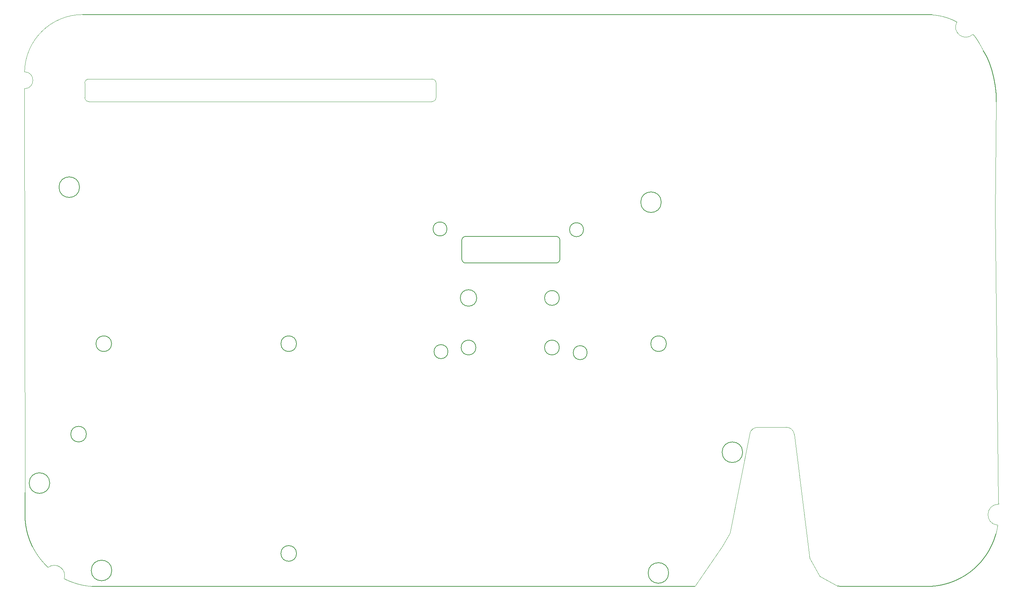
<source format=gbr>
%TF.GenerationSoftware,KiCad,Pcbnew,9.0.2*%
%TF.CreationDate,2025-11-22T08:51:33-08:00*%
%TF.ProjectId,MothBox_5.0.3,4d6f7468-426f-4785-9f35-2e302e332e6b,5.0.3*%
%TF.SameCoordinates,Original*%
%TF.FileFunction,Profile,NP*%
%FSLAX46Y46*%
G04 Gerber Fmt 4.6, Leading zero omitted, Abs format (unit mm)*
G04 Created by KiCad (PCBNEW 9.0.2) date 2025-11-22 08:51:33*
%MOMM*%
%LPD*%
G01*
G04 APERTURE LIST*
%ADD10C,0.050000*%
%TA.AperFunction,Profile*%
%ADD11C,0.200000*%
%TD*%
%TA.AperFunction,Profile*%
%ADD12C,0.050000*%
%TD*%
%ADD13C,0.200000*%
G04 APERTURE END LIST*
D10*
X-63269181Y-56065672D02*
X-63251269Y-56074500D01*
X-63233354Y-56083307D01*
X-63215441Y-56092091D01*
X-63197526Y-56100853D01*
X-63179613Y-56109593D01*
X-63161697Y-56118311D01*
X-63143783Y-56127006D01*
X-63125867Y-56135680D01*
X-63107953Y-56144331D01*
X-63090037Y-56152960D01*
X-63072122Y-56161567D01*
X-63054205Y-56170153D01*
X-63036290Y-56178715D01*
X-63018372Y-56187257D01*
X-63000456Y-56195776D01*
X-62982538Y-56204273D01*
X-62964622Y-56212748D01*
X-62946703Y-56221201D01*
X-62928786Y-56229632D01*
X-62910866Y-56238042D01*
X-62892948Y-56246428D01*
X-62875028Y-56254794D01*
X-62857110Y-56263137D01*
X-62839189Y-56271459D01*
X-62821269Y-56279758D01*
X-62803348Y-56288037D01*
X-62785428Y-56296292D01*
X-62767505Y-56304527D01*
X-62749584Y-56312739D01*
X-62731661Y-56320930D01*
X-62713739Y-56329098D01*
X-62695815Y-56337245D01*
X-62677893Y-56345370D01*
X-62659968Y-56353474D01*
X-62642044Y-56361555D01*
X-62624118Y-56369616D01*
X-62606194Y-56377653D01*
X-62588267Y-56385670D01*
X-62570341Y-56393665D01*
X-62552413Y-56401638D01*
X-62534487Y-56409589D01*
X-62516558Y-56417520D01*
X-62498630Y-56425428D01*
X-62480700Y-56433315D01*
X-62462771Y-56441179D01*
X-62444840Y-56449023D01*
X-62426910Y-56456844D01*
X-62408978Y-56464645D01*
X-62391047Y-56472423D01*
X-62373114Y-56480181D01*
X-62355181Y-56487916D01*
X-62337247Y-56495631D01*
X-62319313Y-56503323D01*
X-62301378Y-56510994D01*
X-62283443Y-56518644D01*
X-62265506Y-56526272D01*
X-62247570Y-56533879D01*
X-62229631Y-56541464D01*
X-62211694Y-56549028D01*
X-62193754Y-56556571D01*
X-62175815Y-56564091D01*
X-62157874Y-56571591D01*
X-62139934Y-56579069D01*
X-62121991Y-56586526D01*
X-62104050Y-56593962D01*
X-62086105Y-56601376D01*
X-62068162Y-56608769D01*
X-62050217Y-56616140D01*
X-62032272Y-56623490D01*
X-62014325Y-56630820D01*
X-61996379Y-56638127D01*
X-61978430Y-56645414D01*
X-61960482Y-56652678D01*
X-61942532Y-56659923D01*
X-61924583Y-56667145D01*
X-61906631Y-56674347D01*
X-61888680Y-56681526D01*
X-61870726Y-56688686D01*
X-61852773Y-56695823D01*
X-61834818Y-56702940D01*
X-61816864Y-56710035D01*
X-61798907Y-56717110D01*
X-61780950Y-56724163D01*
X-61762992Y-56731195D01*
X-61745033Y-56738206D01*
X-61727073Y-56745196D01*
X-61709113Y-56752164D01*
X-61691150Y-56759112D01*
X-61673188Y-56766038D01*
X-61655224Y-56772944D01*
X-61637260Y-56779828D01*
X-61619294Y-56786692D01*
X-61601328Y-56793534D01*
X-61583360Y-56800355D01*
X-61565392Y-56807155D01*
X-61547422Y-56813935D01*
X-61529452Y-56820693D01*
X-61511480Y-56827430D01*
X-61493508Y-56834146D01*
X-61475534Y-56840842D01*
X-61457560Y-56847516D01*
X-61439583Y-56854170D01*
X-61421607Y-56860802D01*
X-61403629Y-56867414D01*
X-61385650Y-56874004D01*
X-61367669Y-56880575D01*
X-61349689Y-56887123D01*
X-61331706Y-56893652D01*
X-61313723Y-56900159D01*
X-61295738Y-56906645D01*
X-61277752Y-56913110D01*
X-61259765Y-56919555D01*
X-61241777Y-56925979D01*
X-61223787Y-56932382D01*
X-61205798Y-56938764D01*
X-61187805Y-56945126D01*
X-61169813Y-56951466D01*
X-61151818Y-56957786D01*
X-61133823Y-56964085D01*
X-61115826Y-56970364D01*
X-61097829Y-56976621D01*
X-61079829Y-56982858D01*
X-61061830Y-56989074D01*
X-61043827Y-56995270D01*
X-61025825Y-57001444D01*
X-61007820Y-57007599D01*
X-60989815Y-57013732D01*
X-60971808Y-57019844D01*
X-60953800Y-57025936D01*
X-60935790Y-57032008D01*
X-60917780Y-57038058D01*
X-60899767Y-57044088D01*
X-60881754Y-57050098D01*
X-60863739Y-57056087D01*
X-60845723Y-57062055D01*
X-60827705Y-57068002D01*
X-60809686Y-57073929D01*
X-60791665Y-57079836D01*
X-60773643Y-57085721D01*
X-60755620Y-57091587D01*
X-60737595Y-57097431D01*
X-60719568Y-57103255D01*
X-60701541Y-57109059D01*
X-60683512Y-57114842D01*
X-60665481Y-57120604D01*
X-60647449Y-57126346D01*
X-60629415Y-57132068D01*
X-60611380Y-57137769D01*
X-60593343Y-57143449D01*
X-60575305Y-57149109D01*
X-60557265Y-57154748D01*
X-60539224Y-57160368D01*
X-60521181Y-57165966D01*
X-60503136Y-57171544D01*
X-60485090Y-57177102D01*
X-60467042Y-57182639D01*
X-60448994Y-57188156D01*
X-60430942Y-57193652D01*
X-60412890Y-57199128D01*
X-60394836Y-57204584D01*
X-60376780Y-57210019D01*
X-60358722Y-57215434D01*
X-60340664Y-57220828D01*
X-60322603Y-57226202D01*
X-60304540Y-57231556D01*
X-60286476Y-57236889D01*
X-60268410Y-57242202D01*
X-60250343Y-57247495D01*
X-60232274Y-57252767D01*
X-60214202Y-57258019D01*
X-60196130Y-57263251D01*
X-60178055Y-57268462D01*
X-60159979Y-57273653D01*
X-60141901Y-57278824D01*
X-60123821Y-57283974D01*
X-60105739Y-57289104D01*
X-60087656Y-57294214D01*
X-60069571Y-57299304D01*
X-60051484Y-57304373D01*
X-60033395Y-57309422D01*
X-60015304Y-57314451D01*
X-59997211Y-57319460D01*
X-59979117Y-57324448D01*
X-59961020Y-57329416D01*
X-59942922Y-57334364D01*
X-59924822Y-57339292D01*
X-59906720Y-57344199D01*
X-59888616Y-57349086D01*
X-59870510Y-57353953D01*
X-59852402Y-57358800D01*
X-59834292Y-57363627D01*
X-59816181Y-57368434D01*
X-59798067Y-57373220D01*
X-59779951Y-57377986D01*
X-59761834Y-57382732D01*
X-59743714Y-57387458D01*
X-59725592Y-57392164D01*
X-59707468Y-57396850D01*
X-59689343Y-57401515D01*
X-59671215Y-57406161D01*
X-59653085Y-57410786D01*
X-59634953Y-57415391D01*
X-59616819Y-57419976D01*
X-59598683Y-57424541D01*
X-59580545Y-57429086D01*
X-59562404Y-57433611D01*
X-59544262Y-57438115D01*
X-59526117Y-57442600D01*
X-59507971Y-57447064D01*
X-59489822Y-57451509D01*
X-59471671Y-57455933D01*
X-59453517Y-57460338D01*
X-59435362Y-57464722D01*
X-59417204Y-57469086D01*
X-59399045Y-57473430D01*
X-59380883Y-57477754D01*
X-59362719Y-57482059D01*
X-59344552Y-57486343D01*
X-59326383Y-57490607D01*
X-59308213Y-57494851D01*
X-59290039Y-57499075D01*
X-59271864Y-57503279D01*
X-59253686Y-57507463D01*
X-59235506Y-57511627D01*
X-59217324Y-57515771D01*
X-59199139Y-57519896D01*
X-59180952Y-57524000D01*
X-59162763Y-57528084D01*
X-59144571Y-57532148D01*
X-59126377Y-57536192D01*
X-59108180Y-57540217D01*
X-59089981Y-57544221D01*
X-59071780Y-57548205D01*
X-59053577Y-57552170D01*
X-59035370Y-57556114D01*
X-59017162Y-57560039D01*
X-58998951Y-57563943D01*
X-58980738Y-57567828D01*
X-58962522Y-57571693D01*
X-58944303Y-57575538D01*
X-58926083Y-57579363D01*
X-58907859Y-57583168D01*
X-58889633Y-57586953D01*
X-58871405Y-57590718D01*
X-58853174Y-57594463D01*
X-58834941Y-57598189D01*
X-58816705Y-57601894D01*
X-58798467Y-57605580D01*
X-58780225Y-57609246D01*
X-58761982Y-57612892D01*
X-58743736Y-57616518D01*
X-58725487Y-57620124D01*
X-58707235Y-57623710D01*
X-58688981Y-57627276D01*
X-58670724Y-57630823D01*
X-58652465Y-57634350D01*
X-58634203Y-57637856D01*
X-58615939Y-57641343D01*
X-58579401Y-57648258D01*
X-58542853Y-57655093D01*
X-58506294Y-57661848D01*
X-58469724Y-57668525D01*
X-58433142Y-57675122D01*
X-58396550Y-57681640D01*
X-58359946Y-57688078D01*
X-58323331Y-57694438D01*
X-58286705Y-57700718D01*
X-58250067Y-57706919D01*
X-58213417Y-57713041D01*
X-58176756Y-57719083D01*
X-58140083Y-57725047D01*
X-58103398Y-57730931D01*
X-58066701Y-57736736D01*
X-58029992Y-57742463D01*
X-57993271Y-57748110D01*
X-57956538Y-57753678D01*
X-57919792Y-57759167D01*
X-57883034Y-57764577D01*
X-57846263Y-57769908D01*
X-57809480Y-57775160D01*
X-57772684Y-57780333D01*
X-57735875Y-57785427D01*
X-57699054Y-57790442D01*
X-57662219Y-57795378D01*
X-57625372Y-57800236D01*
X-57588511Y-57805014D01*
X-57551637Y-57809713D01*
X-57514749Y-57814333D01*
X-57477849Y-57818875D01*
X-57440934Y-57823337D01*
X-57404006Y-57827721D01*
X-57367065Y-57832025D01*
X-57330109Y-57836251D01*
X-57293140Y-57840398D01*
X-57256156Y-57844465D01*
X-57219159Y-57848454D01*
X-57182147Y-57852364D01*
X-57145122Y-57856195D01*
X-57108081Y-57859947D01*
X-57071027Y-57863620D01*
X-57033958Y-57867215D01*
X-56996874Y-57870730D01*
X-56959775Y-57874166D01*
X-56922662Y-57877523D01*
X-56885533Y-57880802D01*
X-56848390Y-57884001D01*
X-56811232Y-57887121D01*
X-56774058Y-57890163D01*
X-56736869Y-57893125D01*
X-56699665Y-57896008D01*
X-56662445Y-57898813D01*
X-56625210Y-57901538D01*
X-56587959Y-57904184D01*
X-56552537Y-57906626D01*
D11*
X82000000Y35484329D02*
G75*
G02*
X77000000Y35484329I-2500000J0D01*
G01*
X77000000Y35484329D02*
G75*
G02*
X82000000Y35484329I2500000J0D01*
G01*
D10*
X157806404Y76290409D02*
X157814803Y76283826D01*
X157823296Y76277068D01*
X157831883Y76270133D01*
X157840565Y76263018D01*
X157849344Y76255721D01*
X157858220Y76248238D01*
X157867194Y76240568D01*
X157876267Y76232708D01*
X157885441Y76224655D01*
X157894716Y76216407D01*
X157904093Y76207960D01*
X157913573Y76199313D01*
X157923157Y76190463D01*
X157932847Y76181406D01*
X157942643Y76172141D01*
X157952546Y76162664D01*
X157962557Y76152973D01*
X157972677Y76143065D01*
X157982907Y76132937D01*
X157993249Y76122586D01*
X158003703Y76112010D01*
X158014270Y76101206D01*
X158024951Y76090170D01*
X158035747Y76078900D01*
X158046660Y76067393D01*
X158057689Y76055646D01*
X158068837Y76043657D01*
X158080105Y76031422D01*
X158091492Y76018938D01*
X158103001Y76006202D01*
X158114632Y75993212D01*
X158126386Y75979964D01*
X158138265Y75966455D01*
X158150269Y75952683D01*
X158162400Y75938643D01*
X158174658Y75924335D01*
X158187044Y75909753D01*
X158199560Y75894895D01*
X158212206Y75879758D01*
X158224984Y75864340D01*
X158237894Y75848636D01*
X158250938Y75832643D01*
X158264116Y75816359D01*
X158277431Y75799780D01*
X158290881Y75782904D01*
X158304470Y75765727D01*
X158318197Y75748245D01*
X158332063Y75730456D01*
X158346071Y75712356D01*
X158360220Y75693943D01*
X158374512Y75675213D01*
X158388948Y75656162D01*
X158403529Y75636788D01*
X158418256Y75617087D01*
X158433129Y75597057D01*
X158448150Y75576693D01*
X158463321Y75555993D01*
X158478641Y75534953D01*
X158494112Y75513570D01*
X158509735Y75491841D01*
X158525511Y75469762D01*
X158541441Y75447331D01*
X158557525Y75424543D01*
X158573766Y75401396D01*
X158590164Y75377886D01*
X158606719Y75354010D01*
X158623434Y75329765D01*
X158640308Y75305148D01*
X158657343Y75280154D01*
X158674540Y75254782D01*
X158691900Y75229027D01*
X158709424Y75202886D01*
X158727112Y75176356D01*
X158744966Y75149434D01*
X158762987Y75122116D01*
X158781175Y75094399D01*
X158799532Y75066280D01*
X158818059Y75037756D01*
X158836755Y75008823D01*
X158855623Y74979477D01*
X158874663Y74949717D01*
X158893877Y74919537D01*
X158913264Y74888936D01*
X158932827Y74857910D01*
X158952565Y74826456D01*
X158972480Y74794570D01*
X158992572Y74762249D01*
X159012844Y74729490D01*
X159033294Y74696290D01*
X159053925Y74662645D01*
X159074737Y74628553D01*
X159095731Y74594009D01*
X159116908Y74559011D01*
X159138269Y74523556D01*
X159159814Y74487640D01*
X159181545Y74451259D01*
X159203463Y74414412D01*
X159225568Y74377094D01*
X159247861Y74339302D01*
X159270344Y74301032D01*
X159293016Y74262282D01*
X159315881Y74223047D01*
X159338937Y74183325D01*
X159362187Y74143111D01*
X159385631Y74102402D01*
X159409272Y74061193D01*
X159433109Y74019482D01*
X159457145Y73977264D01*
X159481381Y73934534D01*
X159505819Y73891287D01*
X159530460Y73847519D01*
X159555307Y73803225D01*
X159580362Y73758398D01*
X159605627Y73713032D01*
X159631106Y73667120D01*
X159656801Y73620655D01*
X159682718Y73573627D01*
X159708860Y73526027D01*
X159735232Y73477842D01*
X159761842Y73429060D01*
X159788697Y73379664D01*
X159815806Y73329636D01*
X159843180Y73278954D01*
X159870833Y73227590D01*
X159898782Y73175511D01*
X159927049Y73122674D01*
X159955661Y73069027D01*
X159984654Y73014500D01*
X160014073Y72959004D01*
X160043984Y72902417D01*
X160074474Y72844569D01*
X160105671Y72785215D01*
X160137769Y72723982D01*
X160171083Y72660269D01*
X160206176Y72592991D01*
X160244233Y72519876D01*
X160288640Y72434422D01*
X160301927Y72408838D01*
X160334733Y72345682D01*
X160364815Y72287849D01*
D12*
X124868737Y-57831144D02*
X120550000Y-55465671D01*
D11*
X125413400Y-57906741D02*
X147777495Y-57906741D01*
D12*
X163214815Y32937849D02*
X163529459Y59881783D01*
X112380121Y-19221729D02*
G75*
G02*
X114379257Y-21041579I7279J-1999971D01*
G01*
X-67211700Y-53307301D02*
G75*
G02*
X-63269181Y-56065672I1515500J-2030599D01*
G01*
D11*
X-72820174Y-35068721D02*
X-72820174Y-38018721D01*
X-56550845Y-57906741D02*
X-56552537Y-57906626D01*
X163529459Y60962793D02*
X163529459Y59902494D01*
X-51755269Y1078492D02*
G75*
G02*
X-55555269Y1078492I-1900000J0D01*
G01*
X-55555269Y1078492D02*
G75*
G02*
X-51755269Y1078492I1900000J0D01*
G01*
X147779187Y-57906626D02*
X147777495Y-57906741D01*
X17563325Y81114780D02*
X-55484670Y81114780D01*
X147793001Y-57905683D02*
X147779187Y-57906626D01*
X83244731Y1078492D02*
G75*
G02*
X79444731Y1078492I-1900000J0D01*
G01*
X79444731Y1078492D02*
G75*
G02*
X83244731Y1078492I1900000J0D01*
G01*
D12*
X157806404Y76290409D02*
G75*
G02*
X153929225Y79274929I-1706404J1793891D01*
G01*
X105458006Y-19263877D02*
X112380121Y-19221729D01*
D11*
X-6755269Y-49921508D02*
G75*
G02*
X-10555269Y-49921508I-1900000J0D01*
G01*
X-10555269Y-49921508D02*
G75*
G02*
X-6755269Y-49921508I1900000J0D01*
G01*
D12*
X90154800Y-57906741D02*
X96900000Y-48165671D01*
D11*
X-51700000Y-54065671D02*
G75*
G02*
X-56700000Y-54065671I-2500000J0D01*
G01*
X-56700000Y-54065671D02*
G75*
G02*
X-51700000Y-54065671I2500000J0D01*
G01*
X125413400Y-57906741D02*
G75*
G02*
X124868740Y-57831135I0J1999641D01*
G01*
D12*
X120550000Y-55465671D02*
X118100000Y-51115671D01*
D13*
X-72631265Y-43057375D02*
X-72634274Y-43037024D01*
X-72637260Y-43016691D01*
X-72640201Y-42996526D01*
X-72643119Y-42976377D01*
X-72645994Y-42956388D01*
X-72648847Y-42936413D01*
X-72651657Y-42916589D01*
X-72654446Y-42896779D01*
X-72657194Y-42877112D01*
X-72659920Y-42857457D01*
X-72662607Y-42837938D01*
X-72665272Y-42818430D01*
X-72667899Y-42799051D01*
X-72670505Y-42779681D01*
X-72673074Y-42760433D01*
X-72675621Y-42741194D01*
X-72678133Y-42722070D01*
X-72680624Y-42702953D01*
X-72683081Y-42683947D01*
X-72685516Y-42664946D01*
X-72687918Y-42646049D01*
X-72690299Y-42627157D01*
X-72692647Y-42608363D01*
X-72694974Y-42589573D01*
X-72697270Y-42570876D01*
X-72699546Y-42552181D01*
X-72701790Y-42533575D01*
X-72704014Y-42514969D01*
X-72706208Y-42496447D01*
X-72708382Y-42477924D01*
X-72710526Y-42459481D01*
X-72712650Y-42441036D01*
X-72714745Y-42422666D01*
X-72716821Y-42404293D01*
X-72718868Y-42385991D01*
X-72720896Y-42367684D01*
X-72722896Y-42349444D01*
X-72724876Y-42331199D01*
X-72726830Y-42313016D01*
X-72728764Y-42294827D01*
X-72730672Y-42276697D01*
X-72732560Y-42258559D01*
X-72734422Y-42240476D01*
X-72736265Y-42222385D01*
X-72738083Y-42204344D01*
X-72739881Y-42186295D01*
X-72741655Y-42168293D01*
X-72743409Y-42150281D01*
X-72745140Y-42132312D01*
X-72746850Y-42114333D01*
X-72748537Y-42096393D01*
X-72750205Y-42078443D01*
X-72751850Y-42060528D01*
X-72753475Y-42042601D01*
X-72755078Y-42024708D01*
X-72756661Y-42006801D01*
X-72758222Y-41988924D01*
X-72759763Y-41971033D01*
X-72761283Y-41953169D01*
X-72762783Y-41935290D01*
X-72764261Y-41917434D01*
X-72765721Y-41899563D01*
X-72767159Y-41881712D01*
X-72768578Y-41863844D01*
X-72769975Y-41845995D01*
X-72771354Y-41828127D01*
X-72772712Y-41810274D01*
X-72774051Y-41792403D01*
X-72775368Y-41774544D01*
X-72776668Y-41756665D01*
X-72777946Y-41738796D01*
X-72779206Y-41720906D01*
X-72780445Y-41703023D01*
X-72781666Y-41685118D01*
X-72782866Y-41667217D01*
X-72784048Y-41649294D01*
X-72785210Y-41631372D01*
X-72786353Y-41613427D01*
X-72787476Y-41595481D01*
X-72788580Y-41577510D01*
X-72789665Y-41559535D01*
X-72790731Y-41541536D01*
X-72791778Y-41523529D01*
X-72792806Y-41505497D01*
X-72793814Y-41487456D01*
X-72794804Y-41469388D01*
X-72795774Y-41451307D01*
X-72796726Y-41433200D01*
X-72797659Y-41415078D01*
X-72798573Y-41396928D01*
X-72799467Y-41378760D01*
X-72800344Y-41360563D01*
X-72801201Y-41342347D01*
X-72802039Y-41324101D01*
X-72802859Y-41305832D01*
X-72803659Y-41287532D01*
X-72804441Y-41269208D01*
X-72805204Y-41250852D01*
X-72805948Y-41232468D01*
X-72806674Y-41214053D01*
X-72807381Y-41195606D01*
X-72808068Y-41177127D01*
X-72808738Y-41158615D01*
X-72809388Y-41140070D01*
X-72810019Y-41121488D01*
X-72810632Y-41102872D01*
X-72811226Y-41084218D01*
X-72811801Y-41065529D01*
X-72812357Y-41046799D01*
X-72812894Y-41028032D01*
X-72813413Y-41009222D01*
X-72813912Y-40990376D01*
X-72814393Y-40971483D01*
X-72814854Y-40952552D01*
X-72815721Y-40914554D01*
X-72816511Y-40876376D01*
X-72817225Y-40838009D01*
X-72817863Y-40799448D01*
X-72818424Y-40760684D01*
X-72818908Y-40721711D01*
X-72819314Y-40682521D01*
X-72819642Y-40643108D01*
X-72819892Y-40603462D01*
X-72820064Y-40563578D01*
X-72820157Y-40523447D01*
X-72820174Y-40496730D01*
D11*
X-66800000Y-32815671D02*
G75*
G02*
X-71800000Y-32815671I-2500000J0D01*
G01*
X-71800000Y-32815671D02*
G75*
G02*
X-66800000Y-32815671I2500000J0D01*
G01*
X-6755269Y1078492D02*
G75*
G02*
X-10555269Y1078492I-1900000J0D01*
G01*
X-10555269Y1078492D02*
G75*
G02*
X-6755269Y1078492I1900000J0D01*
G01*
D13*
X143233360Y81114780D02*
X143859672Y81114768D01*
X144147626Y81114738D01*
X144419557Y81114680D01*
X144676052Y81114585D01*
X144917694Y81114444D01*
X145145069Y81114246D01*
X145253589Y81114123D01*
X145358762Y81113983D01*
X145460660Y81113824D01*
X145559357Y81113645D01*
X145654925Y81113445D01*
X145747439Y81113223D01*
X145836970Y81112977D01*
X145923593Y81112707D01*
X146007380Y81112411D01*
X146088405Y81112089D01*
X146166740Y81111738D01*
X146242458Y81111358D01*
X146315634Y81110948D01*
X146386339Y81110506D01*
X146454647Y81110032D01*
X146520631Y81109524D01*
X146584364Y81108980D01*
X146645919Y81108401D01*
X146705370Y81107784D01*
X146762789Y81107128D01*
X146818250Y81106433D01*
X146871826Y81105697D01*
X146923589Y81104919D01*
X146973613Y81104098D01*
X147021972Y81103232D01*
X147068737Y81102321D01*
X147113983Y81101363D01*
X147136058Y81100866D01*
X147157782Y81100357D01*
X147179161Y81099836D01*
X147200207Y81099302D01*
X147220928Y81098756D01*
X147241332Y81098197D01*
X147261430Y81097625D01*
X147281230Y81097040D01*
X147300741Y81096442D01*
X147319973Y81095831D01*
X147338935Y81095206D01*
X147357636Y81094568D01*
X147376084Y81093916D01*
X147394290Y81093250D01*
X147412262Y81092571D01*
X147430010Y81091877D01*
X147447542Y81091168D01*
X147464867Y81090446D01*
X147481996Y81089708D01*
X147498936Y81088956D01*
X147515698Y81088189D01*
X147532290Y81087407D01*
X147548721Y81086610D01*
X147565001Y81085797D01*
X147581138Y81084969D01*
X147597143Y81084126D01*
X147613023Y81083266D01*
X147628788Y81082391D01*
X147644448Y81081499D01*
X147660011Y81080592D01*
X147675486Y81079668D01*
X147690883Y81078727D01*
X147706211Y81077770D01*
X147721479Y81076796D01*
X147751870Y81074798D01*
X147782131Y81072730D01*
X147812335Y81070592D01*
X147842554Y81068383D01*
X147872862Y81066102D01*
X147903331Y81063747D01*
D11*
X68014107Y81114851D02*
X101080984Y81114780D01*
D13*
X-72205327Y-45087971D02*
X-72215225Y-45051526D01*
X-72225035Y-45015102D01*
X-72234756Y-44978699D01*
X-72244389Y-44942316D01*
X-72253935Y-44905952D01*
X-72263394Y-44869605D01*
X-72272766Y-44833276D01*
X-72282051Y-44796962D01*
X-72291251Y-44760663D01*
X-72300364Y-44724378D01*
X-72309393Y-44688105D01*
X-72318336Y-44651844D01*
X-72327194Y-44615593D01*
X-72335968Y-44579351D01*
X-72344658Y-44543118D01*
X-72353265Y-44506891D01*
X-72361788Y-44470670D01*
X-72370228Y-44434453D01*
X-72378586Y-44398239D01*
X-72386861Y-44362027D01*
X-72395054Y-44325816D01*
X-72403166Y-44289603D01*
X-72411197Y-44253387D01*
X-72419147Y-44217168D01*
X-72427017Y-44180943D01*
X-72434806Y-44144712D01*
X-72442516Y-44108472D01*
X-72450146Y-44072221D01*
X-72457698Y-44035959D01*
X-72465171Y-43999683D01*
X-72472565Y-43963392D01*
X-72479882Y-43927083D01*
X-72487121Y-43890756D01*
X-72494283Y-43854408D01*
X-72501369Y-43818036D01*
X-72508378Y-43781640D01*
X-72515311Y-43745217D01*
X-72522168Y-43708764D01*
X-72528951Y-43672280D01*
X-72535658Y-43635763D01*
X-72542291Y-43599209D01*
X-72548851Y-43562616D01*
X-72555336Y-43525982D01*
X-72561749Y-43489304D01*
X-72568088Y-43452579D01*
X-72574356Y-43415805D01*
X-72580551Y-43378979D01*
X-72586676Y-43342097D01*
X-72592729Y-43305156D01*
X-72598711Y-43268152D01*
X-72604624Y-43231084D01*
X-72610467Y-43193946D01*
X-72616241Y-43156735D01*
X-72621946Y-43119447D01*
X-72627583Y-43082079D01*
X-72631265Y-43057375D01*
D11*
X101800000Y-25315671D02*
G75*
G02*
X96800000Y-25315671I-2500000J0D01*
G01*
X96800000Y-25315671D02*
G75*
G02*
X101800000Y-25315671I2500000J0D01*
G01*
X68014107Y81114851D02*
X17563325Y81114780D01*
D12*
X98700000Y-44965671D02*
X103557818Y-20644771D01*
D11*
X-56550845Y-57906741D02*
X90154800Y-57906741D01*
D13*
X157316836Y-54265675D02*
X157287651Y-54288347D01*
X157258411Y-54310960D01*
X157229116Y-54333514D01*
X157199767Y-54356010D01*
X157170362Y-54378447D01*
X157140903Y-54400825D01*
X157111390Y-54423144D01*
X157081822Y-54445403D01*
X157052201Y-54467603D01*
X157022525Y-54489744D01*
X156992796Y-54511825D01*
X156963013Y-54533846D01*
X156933177Y-54555807D01*
X156903287Y-54577708D01*
X156873344Y-54599549D01*
X156843348Y-54621329D01*
X156813299Y-54643049D01*
X156783198Y-54664709D01*
X156753044Y-54686307D01*
X156722838Y-54707845D01*
X156692579Y-54729322D01*
X156662269Y-54750737D01*
X156631906Y-54772092D01*
X156601492Y-54793384D01*
X156571026Y-54814616D01*
X156540509Y-54835786D01*
X156509941Y-54856893D01*
X156479322Y-54877939D01*
X156448651Y-54898923D01*
X156417930Y-54919845D01*
X156387158Y-54940704D01*
X156356336Y-54961501D01*
X156325464Y-54982235D01*
X156294542Y-55002907D01*
X156263569Y-55023516D01*
X156232547Y-55044061D01*
X156201476Y-55064544D01*
X156170355Y-55084963D01*
X156139185Y-55105319D01*
X156107965Y-55125612D01*
X156076697Y-55145841D01*
X156045381Y-55166006D01*
X156014015Y-55186107D01*
X155982602Y-55206144D01*
X155951140Y-55226117D01*
X155919630Y-55246025D01*
X155888073Y-55265870D01*
X155856467Y-55285649D01*
X155824815Y-55305364D01*
X155793115Y-55325015D01*
X155761368Y-55344600D01*
X155729574Y-55364120D01*
X155697733Y-55383575D01*
X155665846Y-55402965D01*
X155633913Y-55422289D01*
X155601933Y-55441548D01*
X155569907Y-55460741D01*
X155537836Y-55479869D01*
X155505719Y-55498930D01*
X155473556Y-55517925D01*
X155441349Y-55536854D01*
X155409096Y-55555717D01*
X155376798Y-55574513D01*
X155344456Y-55593243D01*
X155312069Y-55611906D01*
X155279638Y-55630503D01*
X155247163Y-55649032D01*
X155214644Y-55667494D01*
X155182082Y-55685889D01*
X155149475Y-55704217D01*
X155116826Y-55722478D01*
X155084133Y-55740671D01*
X155051398Y-55758796D01*
X155018620Y-55776853D01*
X154985799Y-55794843D01*
X154952936Y-55812764D01*
X154920030Y-55830618D01*
X154887083Y-55848403D01*
X154854094Y-55866120D01*
X154821064Y-55883768D01*
X154787992Y-55901347D01*
X154754879Y-55918858D01*
X154721726Y-55936300D01*
X154688531Y-55953673D01*
X154655296Y-55970977D01*
X154622021Y-55988212D01*
X154588705Y-56005378D01*
X154555350Y-56022474D01*
X154521955Y-56039500D01*
X154488520Y-56056457D01*
X154455047Y-56073344D01*
X154421534Y-56090161D01*
X154387982Y-56106909D01*
X154354391Y-56123586D01*
X154320763Y-56140193D01*
X154287095Y-56156729D01*
X154253390Y-56173195D01*
X154219647Y-56189591D01*
X154185867Y-56205916D01*
X154152049Y-56222170D01*
X154118194Y-56238353D01*
X154084302Y-56254465D01*
X154050373Y-56270506D01*
X154016407Y-56286476D01*
X153982405Y-56302375D01*
X153948368Y-56318202D01*
X153914294Y-56333958D01*
X153880184Y-56349642D01*
X153846040Y-56365254D01*
X153811859Y-56380795D01*
X153777644Y-56396263D01*
X153743394Y-56411660D01*
X153709110Y-56426984D01*
X153674791Y-56442236D01*
X153640437Y-56457416D01*
X153606050Y-56472523D01*
X153571630Y-56487557D01*
X153537175Y-56502519D01*
X153502688Y-56517409D01*
X153468167Y-56532225D01*
X153433613Y-56546968D01*
X153399027Y-56561639D01*
X153364409Y-56576236D01*
X153329758Y-56590760D01*
X153295076Y-56605210D01*
X153260361Y-56619588D01*
X153225615Y-56633891D01*
X153190838Y-56648121D01*
X153156030Y-56662277D01*
X153121191Y-56676360D01*
X153086322Y-56690368D01*
X153051422Y-56704303D01*
X153016492Y-56718163D01*
X152981532Y-56731949D01*
X152946542Y-56745661D01*
X152911523Y-56759299D01*
X152876474Y-56772862D01*
X152841397Y-56786350D01*
X152806291Y-56799764D01*
X152771156Y-56813103D01*
X152735993Y-56826368D01*
X152700802Y-56839557D01*
X152665582Y-56852672D01*
X152630336Y-56865711D01*
X152595062Y-56878675D01*
X152559760Y-56891564D01*
X152542099Y-56897980D01*
X152524432Y-56904378D01*
X152506758Y-56910756D01*
X152489077Y-56917116D01*
X152471390Y-56923457D01*
X152453695Y-56929779D01*
X152435995Y-56936082D01*
X152418288Y-56942366D01*
X152400574Y-56948631D01*
X152382854Y-56954878D01*
X152365127Y-56961105D01*
X152347394Y-56967313D01*
X152329655Y-56973503D01*
X152311909Y-56979673D01*
X152294157Y-56985825D01*
X152276399Y-56991958D01*
X152258634Y-56998071D01*
X152240863Y-57004166D01*
X152223086Y-57010241D01*
X152205303Y-57016298D01*
X152187513Y-57022335D01*
X152169718Y-57028354D01*
X152151916Y-57034353D01*
X152134108Y-57040334D01*
X152116294Y-57046295D01*
X152098474Y-57052237D01*
X152080649Y-57058160D01*
X152062817Y-57064064D01*
X152044979Y-57069949D01*
X152027135Y-57075815D01*
X152009286Y-57081662D01*
X151991431Y-57087489D01*
X151973570Y-57093298D01*
X151955702Y-57099087D01*
X151937830Y-57104857D01*
X151919951Y-57110608D01*
X151902067Y-57116340D01*
X151884178Y-57122052D01*
X151866282Y-57127746D01*
X151848381Y-57133420D01*
X151830475Y-57139075D01*
X151812562Y-57144711D01*
X151794645Y-57150327D01*
X151776722Y-57155924D01*
X151758793Y-57161502D01*
X151740859Y-57167061D01*
X151722920Y-57172601D01*
X151704975Y-57178121D01*
X151687025Y-57183622D01*
X151669069Y-57189103D01*
X151651109Y-57194566D01*
X151633142Y-57200009D01*
X151615171Y-57205432D01*
X151597195Y-57210837D01*
X151579213Y-57216222D01*
X151561226Y-57221588D01*
X151543235Y-57226934D01*
X151525238Y-57232261D01*
X151507236Y-57237569D01*
X151489229Y-57242857D01*
X151471217Y-57248126D01*
X151453200Y-57253376D01*
X151435178Y-57258606D01*
X151417151Y-57263816D01*
X151399120Y-57269008D01*
X151381083Y-57274180D01*
X151363042Y-57279332D01*
X151344995Y-57284465D01*
X151326945Y-57289579D01*
X151308889Y-57294673D01*
X151290829Y-57299748D01*
X151272764Y-57304803D01*
X151254694Y-57309839D01*
X151236620Y-57314855D01*
X151218541Y-57319852D01*
X151200458Y-57324829D01*
X151182370Y-57329787D01*
X151164278Y-57334725D01*
X151146181Y-57339644D01*
X151128079Y-57344543D01*
X151109974Y-57349423D01*
X151091864Y-57354283D01*
X151073750Y-57359124D01*
X151055631Y-57363945D01*
X151037508Y-57368746D01*
X151019380Y-57373528D01*
X151001249Y-57378291D01*
X150983113Y-57383034D01*
X150964974Y-57387757D01*
X150946829Y-57392461D01*
X150928682Y-57397145D01*
X150910529Y-57401809D01*
X150892373Y-57406454D01*
X150874212Y-57411079D01*
X150856049Y-57415685D01*
X150837880Y-57420271D01*
X150819708Y-57424837D01*
X150801532Y-57429384D01*
X150783352Y-57433911D01*
X150765168Y-57438418D01*
X150746981Y-57442906D01*
X150728789Y-57447374D01*
X150710594Y-57451823D01*
X150692395Y-57456251D01*
X150674193Y-57460660D01*
X150655986Y-57465050D01*
X150637776Y-57469419D01*
X150619562Y-57473770D01*
X150601346Y-57478100D01*
X150583125Y-57482410D01*
X150564901Y-57486701D01*
X150546673Y-57490972D01*
X150528442Y-57495224D01*
X150510207Y-57499455D01*
X150491969Y-57503667D01*
X150473727Y-57507859D01*
X150455483Y-57512032D01*
X150437235Y-57516184D01*
X150418984Y-57520317D01*
X150400729Y-57524430D01*
X150382471Y-57528524D01*
X150364210Y-57532597D01*
X150345946Y-57536651D01*
X150327678Y-57540685D01*
X150309408Y-57544699D01*
X150291134Y-57548694D01*
X150272858Y-57552668D01*
X150254577Y-57556623D01*
X150236295Y-57560558D01*
X150218009Y-57564473D01*
X150199721Y-57568368D01*
X150181429Y-57572244D01*
X150163135Y-57576099D01*
X150144837Y-57579935D01*
X150126537Y-57583751D01*
X150108234Y-57587547D01*
X150089929Y-57591323D01*
X150071620Y-57595080D01*
X150053309Y-57598816D01*
X150034995Y-57602533D01*
X150016679Y-57606230D01*
X149998359Y-57609907D01*
X149980038Y-57613564D01*
X149961713Y-57617201D01*
X149943387Y-57620818D01*
X149925057Y-57624416D01*
X149906726Y-57627993D01*
X149888391Y-57631551D01*
X149870055Y-57635088D01*
X149851715Y-57638606D01*
X149833374Y-57642104D01*
X149815030Y-57645582D01*
X149796684Y-57649040D01*
X149778335Y-57652478D01*
X149759985Y-57655896D01*
X149741632Y-57659295D01*
X149723277Y-57662673D01*
X149704919Y-57666031D01*
X149686561Y-57669370D01*
X149668198Y-57672688D01*
X149649836Y-57675987D01*
X149631469Y-57679265D01*
X149613102Y-57682524D01*
X149594732Y-57685762D01*
X149576361Y-57688981D01*
X149557987Y-57692180D01*
X149539612Y-57695359D01*
X149521234Y-57698517D01*
X149502855Y-57701656D01*
X149484474Y-57704775D01*
X149466092Y-57707874D01*
X149447706Y-57710953D01*
X149429321Y-57714011D01*
X149410932Y-57717050D01*
X149392543Y-57720069D01*
X149374151Y-57723068D01*
X149355759Y-57726047D01*
X149337363Y-57729006D01*
X149318968Y-57731945D01*
X149300569Y-57734864D01*
X149282171Y-57737762D01*
X149263770Y-57740641D01*
X149245368Y-57743500D01*
X149226964Y-57746339D01*
X149208560Y-57749157D01*
X149190152Y-57751956D01*
X149171746Y-57754735D01*
X149153336Y-57757494D01*
X149134926Y-57760232D01*
X149116514Y-57762951D01*
X149098102Y-57765649D01*
X149079687Y-57768328D01*
X149061273Y-57770986D01*
X149042856Y-57773625D01*
X149024439Y-57776243D01*
X149006020Y-57778842D01*
X148987601Y-57781420D01*
X148969179Y-57783978D01*
X148950759Y-57786516D01*
X148932335Y-57789034D01*
X148913912Y-57791532D01*
X148895487Y-57794011D01*
X148877062Y-57796468D01*
X148858635Y-57798906D01*
X148840209Y-57801324D01*
X148821780Y-57803722D01*
X148803352Y-57806099D01*
X148784922Y-57808457D01*
X148766493Y-57810795D01*
X148748061Y-57813112D01*
X148729630Y-57815409D01*
X148711197Y-57817687D01*
X148692765Y-57819944D01*
X148674331Y-57822181D01*
X148655898Y-57824398D01*
X148637462Y-57826595D01*
X148619028Y-57828772D01*
X148600591Y-57830929D01*
X148582156Y-57833066D01*
X148563719Y-57835182D01*
X148545283Y-57837279D01*
X148526845Y-57839355D01*
X148508408Y-57841412D01*
X148489969Y-57843448D01*
X148471532Y-57845464D01*
X148453093Y-57847460D01*
X148434655Y-57849436D01*
X148416215Y-57851392D01*
X148397777Y-57853328D01*
X148379337Y-57855244D01*
X148360898Y-57857139D01*
X148342458Y-57859015D01*
X148324019Y-57860870D01*
X148305579Y-57862706D01*
X148287140Y-57864521D01*
X148268699Y-57866316D01*
X148250261Y-57868091D01*
X148231820Y-57869846D01*
X148213382Y-57871581D01*
X148194941Y-57873295D01*
X148176503Y-57874990D01*
X148158063Y-57876665D01*
X148139625Y-57878319D01*
X148121185Y-57879953D01*
X148102748Y-57881567D01*
X148084309Y-57883162D01*
X148065872Y-57884735D01*
X148047433Y-57886289D01*
X148028997Y-57887823D01*
X148010559Y-57889337D01*
X147992124Y-57890830D01*
X147973687Y-57892304D01*
X147955253Y-57893757D01*
X147936816Y-57895191D01*
X147918383Y-57896604D01*
X147899948Y-57897997D01*
X147881515Y-57899370D01*
X147863081Y-57900723D01*
X147844650Y-57902055D01*
X147826217Y-57903368D01*
X147793001Y-57905683D01*
D10*
X163831466Y-43034429D02*
X163828412Y-43057059D01*
X163825354Y-43079564D01*
X163822300Y-43101899D01*
X163819241Y-43124112D01*
X163816186Y-43146161D01*
X163813127Y-43168089D01*
X163810070Y-43189857D01*
X163807009Y-43211507D01*
X163803951Y-43233001D01*
X163800888Y-43254380D01*
X163797827Y-43275608D01*
X163794762Y-43296722D01*
X163791699Y-43317691D01*
X163788631Y-43338547D01*
X163785564Y-43359262D01*
X163782493Y-43379867D01*
X163779423Y-43400335D01*
X163776348Y-43420695D01*
X163773273Y-43440923D01*
X163770194Y-43461044D01*
X163767115Y-43481038D01*
X163764031Y-43500927D01*
X163760946Y-43520693D01*
X163757857Y-43540356D01*
X163754767Y-43559900D01*
X163751672Y-43579344D01*
X163748576Y-43598672D01*
X163745475Y-43617902D01*
X163742371Y-43637021D01*
X163739263Y-43656043D01*
X163736153Y-43674959D01*
X163733037Y-43693779D01*
X163729919Y-43712497D01*
X163726795Y-43731122D01*
X163723668Y-43749649D01*
X163720537Y-43768084D01*
X163717401Y-43786425D01*
X163714260Y-43804676D01*
X163711114Y-43822836D01*
X163707963Y-43840909D01*
X163704807Y-43858896D01*
X163701646Y-43876797D01*
X163698480Y-43894615D01*
X163695307Y-43912349D01*
X163692129Y-43930005D01*
X163688945Y-43947578D01*
X163685755Y-43965078D01*
X163682559Y-43982496D01*
X163679355Y-43999844D01*
X163676146Y-44017112D01*
X163672929Y-44034316D01*
X163669706Y-44051440D01*
X163666474Y-44068504D01*
X163663237Y-44085491D01*
X163659990Y-44102421D01*
X163656737Y-44119276D01*
X163653474Y-44136078D01*
X163650205Y-44152806D01*
X163646926Y-44169486D01*
X163643640Y-44186094D01*
X163640342Y-44202658D01*
X163637039Y-44219151D01*
X163630400Y-44251988D01*
X163623722Y-44284618D01*
X163617003Y-44317053D01*
X163610241Y-44349305D01*
X163603433Y-44381386D01*
X163596577Y-44413309D01*
X163589671Y-44445086D01*
X163582712Y-44476731D01*
X163575698Y-44508258D01*
X163568626Y-44539679D01*
X163561493Y-44571010D01*
X163554295Y-44602264D01*
X163547030Y-44633457D01*
X163539694Y-44664603D01*
X163532283Y-44695721D01*
X163524794Y-44726825D01*
X163517222Y-44757935D01*
X163509562Y-44789068D01*
X163501809Y-44820243D01*
X163493959Y-44851482D01*
X163486006Y-44882806D01*
X163477943Y-44914239D01*
X163469764Y-44945804D01*
X163461462Y-44977529D01*
X163453028Y-45009442D01*
X163444454Y-45041573D01*
X163435731Y-45073957D01*
X163426848Y-45106630D01*
X163417793Y-45139632D01*
X163408553Y-45173008D01*
X163405059Y-45185554D01*
D11*
X-55484670Y81114780D02*
X-58729215Y81114780D01*
D12*
X96900000Y-48165671D02*
X98700000Y-44965671D01*
X163831466Y-43034429D02*
G75*
G02*
X164050576Y-37949846I215434J2537729D01*
G01*
D13*
X163405059Y-45185554D02*
X163395139Y-45220965D01*
X163385139Y-45256364D01*
X163375060Y-45291752D01*
X163364901Y-45327128D01*
X163354661Y-45362492D01*
X163344343Y-45397844D01*
X163333944Y-45433183D01*
X163323466Y-45468510D01*
X163312908Y-45503824D01*
X163302271Y-45539124D01*
X163291554Y-45574412D01*
X163280757Y-45609686D01*
X163269882Y-45644946D01*
X163258926Y-45680192D01*
X163247892Y-45715424D01*
X163236778Y-45750642D01*
X163225585Y-45785845D01*
X163214312Y-45821033D01*
X163202960Y-45856207D01*
X163191530Y-45891365D01*
X163180020Y-45926507D01*
X163168431Y-45961635D01*
X163156763Y-45996746D01*
X163145016Y-46031841D01*
X163133190Y-46066920D01*
X163121286Y-46101982D01*
X163109302Y-46137028D01*
X163097240Y-46172057D01*
X163085099Y-46207068D01*
X163072880Y-46242062D01*
X163060581Y-46277039D01*
X163048205Y-46311997D01*
X163035750Y-46346938D01*
X163023216Y-46381861D01*
X163010605Y-46416764D01*
X162997914Y-46451650D01*
X162985146Y-46486516D01*
X162972300Y-46521363D01*
X162959375Y-46556191D01*
X162946372Y-46590999D01*
X162933292Y-46625788D01*
X162920133Y-46660556D01*
X162906896Y-46695304D01*
X162893582Y-46730032D01*
X162880190Y-46764738D01*
X162866721Y-46799424D01*
X162853173Y-46834089D01*
X162839549Y-46868733D01*
X162825846Y-46903354D01*
X162812067Y-46937954D01*
X162798210Y-46972532D01*
X162784276Y-47007088D01*
X162770264Y-47041621D01*
X162756176Y-47076131D01*
X162742010Y-47110619D01*
X162727768Y-47145083D01*
X162713449Y-47179524D01*
X162699053Y-47213941D01*
X162684580Y-47248334D01*
X162670030Y-47282703D01*
X162655404Y-47317048D01*
X162640702Y-47351369D01*
X162625923Y-47385664D01*
X162611068Y-47419935D01*
X162596136Y-47454180D01*
X162581128Y-47488400D01*
X162566045Y-47522594D01*
X162550885Y-47556762D01*
X162535649Y-47590904D01*
X162520338Y-47625019D01*
X162504951Y-47659108D01*
X162489488Y-47693170D01*
X162473950Y-47727205D01*
X162458336Y-47761213D01*
X162442646Y-47795193D01*
X162426882Y-47829146D01*
X162411042Y-47863070D01*
X162395127Y-47896966D01*
X162379138Y-47930834D01*
X162363073Y-47964673D01*
X162346933Y-47998483D01*
X162330719Y-48032264D01*
X162314430Y-48066016D01*
X162298067Y-48099738D01*
X162281629Y-48133430D01*
X162265117Y-48167092D01*
X162248530Y-48200723D01*
X162231870Y-48234325D01*
X162215135Y-48267895D01*
X162198327Y-48301434D01*
X162181444Y-48334943D01*
X162164488Y-48368419D01*
X162147459Y-48401864D01*
X162130355Y-48435277D01*
X162113179Y-48468658D01*
X162095929Y-48502007D01*
X162078606Y-48535323D01*
X162061210Y-48568606D01*
X162043740Y-48601856D01*
X162026198Y-48635073D01*
X162008584Y-48668256D01*
X161990896Y-48701405D01*
X161973136Y-48734520D01*
X161955304Y-48767602D01*
X161937399Y-48800648D01*
X161919422Y-48833660D01*
X161901374Y-48866637D01*
X161883253Y-48899579D01*
X161865060Y-48932486D01*
X161846795Y-48965357D01*
X161828459Y-48998192D01*
X161810052Y-49030991D01*
X161791573Y-49063754D01*
X161773023Y-49096480D01*
X161754402Y-49129169D01*
X161735709Y-49161822D01*
X161716946Y-49194437D01*
X161698112Y-49227015D01*
X161679208Y-49259555D01*
X161660233Y-49292057D01*
X161641187Y-49324521D01*
X161622072Y-49356947D01*
X161602886Y-49389334D01*
X161583630Y-49421683D01*
X161564305Y-49453992D01*
X161544909Y-49486262D01*
X161525444Y-49518493D01*
X161505910Y-49550684D01*
X161486306Y-49582835D01*
X161466633Y-49614946D01*
X161446891Y-49647016D01*
X161427080Y-49679046D01*
X161407200Y-49711035D01*
X161387252Y-49742983D01*
X161367235Y-49774890D01*
X161347149Y-49806755D01*
X161326996Y-49838578D01*
X161306774Y-49870360D01*
X161286484Y-49902099D01*
X161266126Y-49933796D01*
X161245701Y-49965450D01*
X161225208Y-49997062D01*
X161204648Y-50028630D01*
X161184020Y-50060156D01*
X161163325Y-50091637D01*
X161142563Y-50123075D01*
X161132157Y-50138778D01*
X161121735Y-50154469D01*
X161111295Y-50170150D01*
X161100839Y-50185819D01*
X161090367Y-50201477D01*
X161079877Y-50217125D01*
X161069371Y-50232761D01*
X161058849Y-50248386D01*
X161048310Y-50263999D01*
X161037754Y-50279602D01*
X161027182Y-50295193D01*
X161016593Y-50310773D01*
X161005988Y-50326341D01*
X160995367Y-50341899D01*
X160984729Y-50357444D01*
X160974074Y-50372979D01*
X160963403Y-50388502D01*
X160952716Y-50404014D01*
X160942012Y-50419514D01*
X160931292Y-50435003D01*
X160920556Y-50450480D01*
X160909803Y-50465945D01*
X160899034Y-50481399D01*
X160888248Y-50496842D01*
X160877447Y-50512272D01*
X160866629Y-50527692D01*
X160855795Y-50543099D01*
X160844944Y-50558495D01*
X160834078Y-50573879D01*
X160823195Y-50589251D01*
X160812296Y-50604611D01*
X160801381Y-50619960D01*
X160790450Y-50635297D01*
X160779503Y-50650622D01*
X160768540Y-50665935D01*
X160757560Y-50681236D01*
X160746565Y-50696525D01*
X160735553Y-50711802D01*
X160724526Y-50727067D01*
X160713483Y-50742320D01*
X160702423Y-50757561D01*
X160691348Y-50772790D01*
X160680257Y-50788007D01*
X160669149Y-50803212D01*
X160658027Y-50818404D01*
X160646888Y-50833585D01*
X160635733Y-50848753D01*
X160624562Y-50863909D01*
X160613376Y-50879052D01*
X160602174Y-50894184D01*
X160590956Y-50909303D01*
X160579722Y-50924410D01*
X160568473Y-50939504D01*
X160557207Y-50954586D01*
X160545927Y-50969655D01*
X160534630Y-50984713D01*
X160523318Y-50999757D01*
X160511990Y-51014790D01*
X160500647Y-51029809D01*
X160489288Y-51044816D01*
X160477914Y-51059810D01*
X160466523Y-51074793D01*
X160455118Y-51089762D01*
X160443697Y-51104718D01*
X160432260Y-51119662D01*
X160420808Y-51134594D01*
X160409341Y-51149512D01*
X160397858Y-51164418D01*
X160386359Y-51179311D01*
X160374845Y-51194191D01*
X160363317Y-51209058D01*
X160351772Y-51223913D01*
X160340212Y-51238754D01*
X160328637Y-51253584D01*
X160317047Y-51268399D01*
X160305441Y-51283202D01*
X160293820Y-51297992D01*
X160282184Y-51312769D01*
X160270533Y-51327533D01*
X160258866Y-51342284D01*
X160247185Y-51357021D01*
X160235488Y-51371746D01*
X160223776Y-51386457D01*
X160212049Y-51401156D01*
X160200307Y-51415841D01*
X160188550Y-51430513D01*
X160176778Y-51445172D01*
X160164991Y-51459818D01*
X160153189Y-51474450D01*
X160141371Y-51489069D01*
X160129539Y-51503674D01*
X160117692Y-51518267D01*
X160105830Y-51532845D01*
X160093953Y-51547411D01*
X160082062Y-51561963D01*
X160070155Y-51576502D01*
X160058234Y-51591027D01*
X160046298Y-51605539D01*
X160034347Y-51620037D01*
X160022381Y-51634522D01*
X160010401Y-51648993D01*
X159998405Y-51663451D01*
X159986396Y-51677894D01*
X159974371Y-51692325D01*
X159962332Y-51706741D01*
X159950278Y-51721145D01*
X159938210Y-51735534D01*
X159926126Y-51749910D01*
X159914029Y-51764271D01*
X159901916Y-51778619D01*
X159889790Y-51792953D01*
X159877648Y-51807274D01*
X159865493Y-51821580D01*
X159853322Y-51835873D01*
X159841138Y-51850152D01*
X159828939Y-51864417D01*
X159816726Y-51878668D01*
X159804497Y-51892905D01*
X159792256Y-51907128D01*
X159779999Y-51921337D01*
X159767728Y-51935532D01*
X159755443Y-51949713D01*
X159743144Y-51963879D01*
X159730830Y-51978033D01*
X159718502Y-51992171D01*
X159706160Y-52006296D01*
X159693804Y-52020406D01*
X159681433Y-52034502D01*
X159669049Y-52048584D01*
X159656650Y-52062652D01*
X159644238Y-52076705D01*
X159631810Y-52090745D01*
X159619370Y-52104769D01*
X159606914Y-52118780D01*
X159594446Y-52132776D01*
X159581962Y-52146758D01*
X159569466Y-52160725D01*
X159556955Y-52174679D01*
X159544430Y-52188617D01*
X159531891Y-52202541D01*
X159519339Y-52216451D01*
X159506772Y-52230346D01*
X159494192Y-52244226D01*
X159481598Y-52258093D01*
X159468990Y-52271944D01*
X159456368Y-52285781D01*
X159443733Y-52299603D01*
X159431084Y-52313412D01*
X159418422Y-52327204D01*
X159405745Y-52340983D01*
X159393055Y-52354746D01*
X159380351Y-52368496D01*
X159367634Y-52382229D01*
X159354902Y-52395949D01*
X159342158Y-52409653D01*
X159329400Y-52423344D01*
X159316628Y-52437018D01*
X159303843Y-52450679D01*
X159291045Y-52464324D01*
X159278232Y-52477955D01*
X159265407Y-52491570D01*
X159252568Y-52505171D01*
X159239716Y-52518756D01*
X159226850Y-52532327D01*
X159213971Y-52545882D01*
X159201078Y-52559424D01*
X159188173Y-52572949D01*
X159175253Y-52586460D01*
X159162322Y-52599955D01*
X159149376Y-52613436D01*
X159136418Y-52626901D01*
X159123445Y-52640351D01*
X159110461Y-52653786D01*
X159097462Y-52667206D01*
X159084451Y-52680610D01*
X159071426Y-52694000D01*
X159058389Y-52707374D01*
X159045338Y-52720733D01*
X159032275Y-52734076D01*
X159019198Y-52747405D01*
X159006109Y-52760718D01*
X158993006Y-52774016D01*
X158979891Y-52787298D01*
X158966762Y-52800565D01*
X158953621Y-52813816D01*
X158940466Y-52827053D01*
X158927300Y-52840273D01*
X158914119Y-52853479D01*
X158900927Y-52866668D01*
X158887721Y-52879843D01*
X158874503Y-52893001D01*
X158861272Y-52906145D01*
X158848029Y-52919271D01*
X158834771Y-52932384D01*
X158821503Y-52945480D01*
X158808221Y-52958561D01*
X158794927Y-52971626D01*
X158781619Y-52984676D01*
X158768300Y-52997709D01*
X158754967Y-53010728D01*
X158741623Y-53023730D01*
X158728265Y-53036717D01*
X158714896Y-53049688D01*
X158701513Y-53062644D01*
X158688119Y-53075582D01*
X158674712Y-53088507D01*
X158661293Y-53101414D01*
X158647860Y-53114306D01*
X158634417Y-53127182D01*
X158620959Y-53140043D01*
X158607491Y-53152886D01*
X158594009Y-53165716D01*
X158580517Y-53178527D01*
X158567010Y-53191325D01*
X158553493Y-53204104D01*
X158539962Y-53216870D01*
X158526420Y-53229617D01*
X158512865Y-53242351D01*
X158499299Y-53255066D01*
X158485720Y-53267768D01*
X158472130Y-53280451D01*
X158458526Y-53293120D01*
X158444912Y-53305772D01*
X158431284Y-53318408D01*
X158417646Y-53331027D01*
X158403994Y-53343632D01*
X158390332Y-53356219D01*
X158376656Y-53368791D01*
X158362970Y-53381345D01*
X158349271Y-53393885D01*
X158335561Y-53406406D01*
X158321838Y-53418913D01*
X158308104Y-53431403D01*
X158294358Y-53443877D01*
X158280601Y-53456334D01*
X158266830Y-53468776D01*
X158253050Y-53481199D01*
X158239256Y-53493608D01*
X158225452Y-53506000D01*
X158211635Y-53518376D01*
X158197808Y-53530734D01*
X158183968Y-53543078D01*
X158170117Y-53555403D01*
X158156254Y-53567713D01*
X158142380Y-53580006D01*
X158128493Y-53592283D01*
X158114597Y-53604543D01*
X158100687Y-53616787D01*
X158086768Y-53629013D01*
X158072835Y-53641224D01*
X158058893Y-53653418D01*
X158044938Y-53665596D01*
X158030973Y-53677755D01*
X158016994Y-53689900D01*
X158003007Y-53702027D01*
X157989006Y-53714138D01*
X157974996Y-53726231D01*
X157960972Y-53738309D01*
X157946940Y-53750369D01*
X157932894Y-53762414D01*
X157918839Y-53774440D01*
X157904771Y-53786451D01*
X157890693Y-53798444D01*
X157876603Y-53810421D01*
X157862503Y-53822380D01*
X157848390Y-53834324D01*
X157834269Y-53846249D01*
X157820134Y-53858160D01*
X157805990Y-53870051D01*
X157791833Y-53881928D01*
X157777667Y-53893785D01*
X157763489Y-53905628D01*
X157749301Y-53917452D01*
X157735100Y-53929261D01*
X157720891Y-53941051D01*
X157706669Y-53952825D01*
X157692438Y-53964581D01*
X157678194Y-53976322D01*
X157663941Y-53988044D01*
X157649676Y-53999751D01*
X157635401Y-54011438D01*
X157621114Y-54023111D01*
X157606819Y-54034765D01*
X157592510Y-54046403D01*
X157578193Y-54058022D01*
X157563864Y-54069627D01*
X157549526Y-54081212D01*
X157535175Y-54092781D01*
X157520815Y-54104332D01*
X157506443Y-54115868D01*
X157492063Y-54127384D01*
X157477670Y-54138885D01*
X157463268Y-54150367D01*
X157448854Y-54161834D01*
X157434432Y-54173281D01*
X157419997Y-54184713D01*
X157405554Y-54196126D01*
X157391099Y-54207523D01*
X157376635Y-54218902D01*
X157362159Y-54230265D01*
X157347674Y-54241608D01*
X157333177Y-54252936D01*
X157316836Y-54265675D01*
D12*
X164046824Y-37401429D02*
X164050576Y-37949849D01*
D11*
X-72820174Y-40496730D02*
X-72820174Y-38541877D01*
D12*
X-72820174Y-35068721D02*
X-72950000Y63084331D01*
D11*
X-57885185Y-20912151D02*
G75*
G02*
X-61685185Y-20912151I-1900000J0D01*
G01*
X-61685185Y-20912151D02*
G75*
G02*
X-57885185Y-20912151I1900000J0D01*
G01*
D12*
X164046824Y-37401429D02*
X163214815Y32937849D01*
D11*
X101080984Y81114780D02*
X101131556Y81114780D01*
D10*
X-67211700Y-53307302D02*
X-67226628Y-53293194D01*
X-67241534Y-53279081D01*
X-67256411Y-53264967D01*
X-67271264Y-53250848D01*
X-67286090Y-53236728D01*
X-67300892Y-53222602D01*
X-67315666Y-53208475D01*
X-67330417Y-53194343D01*
X-67345139Y-53180211D01*
X-67359839Y-53166072D01*
X-67374511Y-53151933D01*
X-67389160Y-53137788D01*
X-67403781Y-53123642D01*
X-67418379Y-53109490D01*
X-67432950Y-53095337D01*
X-67447498Y-53081179D01*
X-67462018Y-53067020D01*
X-67476515Y-53052855D01*
X-67490985Y-53038688D01*
X-67505432Y-53024516D01*
X-67519852Y-53010343D01*
X-67534249Y-52996164D01*
X-67548619Y-52981984D01*
X-67562966Y-52967798D01*
X-67577287Y-52953611D01*
X-67591584Y-52939417D01*
X-67605855Y-52925223D01*
X-67620103Y-52911022D01*
X-67634325Y-52896820D01*
X-67648524Y-52882613D01*
X-67662696Y-52868403D01*
X-67676846Y-52854188D01*
X-67690969Y-52839971D01*
X-67705070Y-52825749D01*
X-67719144Y-52811524D01*
X-67733196Y-52797294D01*
X-67747222Y-52783062D01*
X-67761226Y-52768824D01*
X-67775203Y-52754584D01*
X-67789158Y-52740338D01*
X-67803087Y-52726091D01*
X-67816994Y-52711837D01*
X-67830875Y-52697581D01*
X-67844734Y-52683320D01*
X-67858566Y-52669056D01*
X-67872377Y-52654786D01*
X-67886162Y-52640515D01*
X-67899925Y-52626237D01*
X-67913663Y-52611957D01*
X-67927378Y-52597670D01*
X-67941068Y-52583382D01*
X-67954737Y-52569088D01*
X-67968379Y-52554791D01*
X-67982000Y-52540488D01*
X-67995596Y-52526182D01*
X-68009169Y-52511871D01*
X-68022718Y-52497557D01*
X-68036245Y-52483237D01*
X-68049747Y-52468914D01*
X-68063227Y-52454586D01*
X-68076682Y-52440254D01*
X-68090116Y-52425916D01*
X-68103524Y-52411576D01*
X-68116911Y-52397229D01*
X-68130274Y-52382880D01*
X-68143614Y-52368525D01*
X-68156931Y-52354166D01*
X-68170225Y-52339801D01*
X-68183495Y-52325434D01*
X-68196744Y-52311060D01*
X-68209968Y-52296683D01*
X-68223171Y-52282300D01*
X-68236350Y-52267913D01*
X-68249507Y-52253521D01*
X-68262640Y-52239125D01*
X-68275752Y-52224723D01*
X-68288840Y-52210317D01*
X-68301906Y-52195906D01*
X-68314949Y-52181490D01*
X-68327970Y-52167069D01*
X-68340968Y-52152644D01*
X-68353944Y-52138213D01*
X-68366896Y-52123778D01*
X-68379828Y-52109337D01*
X-68392735Y-52094892D01*
X-68405622Y-52080441D01*
X-68418485Y-52065987D01*
X-68431327Y-52051525D01*
X-68444146Y-52037060D01*
X-68456944Y-52022589D01*
X-68469718Y-52008114D01*
X-68482471Y-51993632D01*
X-68495202Y-51979146D01*
X-68507911Y-51964654D01*
X-68520597Y-51950158D01*
X-68533262Y-51935656D01*
X-68545905Y-51921149D01*
X-68558526Y-51906636D01*
X-68571125Y-51892118D01*
X-68583702Y-51877594D01*
X-68596258Y-51863066D01*
X-68608792Y-51848531D01*
X-68621303Y-51833992D01*
X-68633794Y-51819447D01*
X-68646263Y-51804897D01*
X-68658710Y-51790340D01*
X-68671135Y-51775779D01*
X-68683540Y-51761211D01*
X-68695922Y-51746639D01*
X-68708283Y-51732060D01*
X-68720623Y-51717476D01*
X-68732941Y-51702886D01*
X-68745238Y-51688290D01*
X-68757514Y-51673689D01*
X-68769768Y-51659082D01*
X-68782002Y-51644469D01*
X-68794213Y-51629851D01*
X-68806404Y-51615226D01*
X-68818574Y-51600596D01*
X-68830722Y-51585959D01*
X-68842850Y-51571317D01*
X-68854956Y-51556669D01*
X-68867041Y-51542015D01*
X-68879106Y-51527355D01*
X-68891149Y-51512689D01*
X-68903172Y-51498016D01*
X-68915174Y-51483338D01*
X-68927155Y-51468653D01*
X-68939115Y-51453963D01*
X-68951054Y-51439266D01*
X-68962972Y-51424563D01*
X-68974870Y-51409854D01*
X-68986748Y-51395139D01*
X-68998604Y-51380417D01*
X-69010440Y-51365689D01*
X-69022256Y-51350955D01*
X-69034051Y-51336214D01*
X-69045825Y-51321467D01*
X-69057579Y-51306714D01*
X-69069312Y-51291954D01*
X-69081025Y-51277188D01*
X-69092718Y-51262415D01*
X-69104390Y-51247635D01*
X-69116043Y-51232849D01*
X-69127674Y-51218057D01*
X-69139286Y-51203258D01*
X-69150877Y-51188452D01*
X-69162448Y-51173640D01*
X-69173999Y-51158821D01*
X-69185530Y-51143995D01*
X-69197041Y-51129162D01*
X-69208532Y-51114323D01*
X-69220003Y-51099477D01*
X-69231453Y-51084624D01*
X-69242884Y-51069764D01*
X-69254295Y-51054897D01*
X-69265686Y-51040023D01*
X-69277057Y-51025143D01*
X-69288409Y-51010255D01*
X-69299740Y-50995361D01*
X-69311052Y-50980459D01*
X-69322344Y-50965550D01*
X-69333616Y-50950634D01*
X-69344868Y-50935712D01*
X-69356101Y-50920781D01*
X-69367315Y-50905844D01*
X-69378508Y-50890900D01*
X-69389682Y-50875948D01*
X-69400837Y-50860989D01*
X-69411972Y-50846023D01*
X-69423088Y-50831049D01*
X-69434184Y-50816068D01*
X-69445261Y-50801080D01*
X-69456318Y-50786084D01*
X-69467357Y-50771081D01*
X-69478375Y-50756070D01*
X-69489375Y-50741052D01*
X-69500355Y-50726026D01*
X-69511316Y-50710993D01*
X-69522257Y-50695952D01*
X-69533180Y-50680903D01*
X-69544083Y-50665848D01*
X-69554968Y-50650783D01*
X-69565833Y-50635712D01*
X-69576679Y-50620632D01*
X-69587506Y-50605546D01*
X-69598314Y-50590450D01*
X-69609103Y-50575348D01*
X-69619874Y-50560237D01*
X-69630625Y-50545119D01*
X-69641357Y-50529992D01*
X-69652071Y-50514858D01*
X-69662765Y-50499715D01*
X-69673441Y-50484565D01*
X-69684098Y-50469406D01*
X-69694736Y-50454240D01*
X-69705356Y-50439065D01*
X-69715957Y-50423882D01*
X-69726539Y-50408691D01*
X-69737103Y-50393492D01*
X-69758174Y-50363068D01*
X-69779171Y-50332612D01*
X-69800094Y-50302122D01*
X-69820943Y-50271598D01*
X-69841719Y-50241040D01*
X-69862421Y-50210448D01*
X-69883050Y-50179821D01*
X-69903606Y-50149160D01*
X-69924089Y-50118463D01*
X-69944499Y-50087732D01*
X-69964837Y-50056964D01*
X-69985104Y-50026161D01*
X-70005298Y-49995322D01*
X-70025420Y-49964446D01*
X-70045471Y-49933533D01*
X-70065450Y-49902584D01*
X-70085358Y-49871598D01*
X-70105195Y-49840574D01*
X-70124962Y-49809512D01*
X-70144658Y-49778412D01*
X-70164283Y-49747274D01*
X-70183838Y-49716098D01*
X-70203323Y-49684882D01*
X-70222739Y-49653627D01*
X-70242084Y-49622333D01*
X-70261360Y-49591000D01*
X-70280567Y-49559626D01*
X-70299705Y-49528212D01*
X-70318774Y-49496757D01*
X-70337774Y-49465262D01*
X-70356706Y-49433725D01*
X-70375569Y-49402147D01*
X-70394364Y-49370527D01*
X-70413090Y-49338866D01*
X-70431749Y-49307161D01*
X-70450341Y-49275415D01*
X-70468864Y-49243625D01*
X-70487321Y-49211792D01*
X-70505710Y-49179915D01*
X-70524032Y-49147995D01*
X-70542287Y-49116030D01*
X-70560476Y-49084021D01*
X-70578598Y-49051968D01*
X-70596654Y-49019869D01*
X-70614643Y-48987724D01*
X-70632566Y-48955534D01*
X-70650424Y-48923298D01*
X-70668216Y-48891016D01*
X-70685942Y-48858687D01*
X-70703602Y-48826311D01*
X-70721198Y-48793887D01*
X-70738728Y-48761416D01*
X-70756193Y-48728897D01*
X-70773594Y-48696330D01*
X-70790929Y-48663714D01*
X-70808201Y-48631049D01*
X-70825408Y-48598335D01*
X-70842550Y-48565571D01*
X-70859629Y-48532757D01*
X-70876643Y-48499893D01*
X-70893594Y-48466978D01*
X-70910481Y-48434012D01*
X-70927304Y-48400995D01*
X-70944064Y-48367926D01*
X-70960761Y-48334805D01*
X-70970253Y-48315896D01*
D11*
X-72820174Y-38541877D02*
X-72820174Y-38018721D01*
D12*
X-72929214Y67184223D02*
G75*
G02*
X-72950000Y63084332I-20786J-2049893D01*
G01*
D11*
X163529459Y59902494D02*
X163529459Y59881783D01*
D13*
X160364815Y72287849D02*
X160381240Y72263444D01*
X160397646Y72238925D01*
X160414032Y72214290D01*
X160430400Y72189540D01*
X160446748Y72164674D01*
X160463077Y72139693D01*
X160479387Y72114594D01*
X160495676Y72089379D01*
X160511947Y72064048D01*
X160528197Y72038598D01*
X160544428Y72013032D01*
X160560639Y71987348D01*
X160576830Y71961545D01*
X160593000Y71935625D01*
X160609151Y71909585D01*
X160625281Y71883427D01*
X160641391Y71857150D01*
X160657480Y71830753D01*
X160673548Y71804237D01*
X160689596Y71777600D01*
X160705623Y71750843D01*
X160721629Y71723966D01*
X160737614Y71696967D01*
X160753578Y71669848D01*
X160769521Y71642607D01*
X160785442Y71615244D01*
X160801342Y71587760D01*
X160817220Y71560153D01*
X160833076Y71532424D01*
X160848911Y71504572D01*
X160864723Y71476596D01*
X160880514Y71448498D01*
X160896282Y71420276D01*
X160912028Y71391930D01*
X160927751Y71363459D01*
X160943452Y71334865D01*
X160959130Y71306146D01*
X160974785Y71277301D01*
X160990418Y71248332D01*
X161006027Y71219237D01*
X161021613Y71190016D01*
X161037175Y71160670D01*
X161052714Y71131197D01*
X161068230Y71101597D01*
X161083721Y71071871D01*
X161099189Y71042018D01*
X161114633Y71012037D01*
X161130052Y70981929D01*
X161145447Y70951693D01*
X161160818Y70921329D01*
X161176164Y70890837D01*
X161191485Y70860216D01*
X161206782Y70829467D01*
X161222053Y70798588D01*
X161237299Y70767580D01*
X161252520Y70736443D01*
X161267715Y70705176D01*
X161282884Y70673779D01*
X161298028Y70642252D01*
X161313145Y70610594D01*
X161328237Y70578806D01*
X161343302Y70546886D01*
X161358341Y70514836D01*
X161373353Y70482654D01*
X161388338Y70450341D01*
X161403296Y70417896D01*
X161418227Y70385319D01*
X161433131Y70352609D01*
X161448008Y70319768D01*
X161462856Y70286793D01*
X161477677Y70253686D01*
X161492470Y70220446D01*
X161507235Y70187073D01*
X161521971Y70153566D01*
X161536679Y70119925D01*
X161551358Y70086151D01*
X161566009Y70052243D01*
X161580630Y70018200D01*
X161595222Y69984024D01*
X161609784Y69949712D01*
X161624317Y69915266D01*
X161638820Y69880685D01*
X161653294Y69845969D01*
X161667737Y69811118D01*
X161682149Y69776132D01*
X161696531Y69741009D01*
X161710882Y69705752D01*
X161725203Y69670358D01*
X161739492Y69634829D01*
X161753750Y69599163D01*
X161767976Y69563361D01*
X161782170Y69527423D01*
X161796333Y69491348D01*
X161810463Y69455136D01*
X161824561Y69418788D01*
X161838626Y69382303D01*
X161852658Y69345681D01*
X161866658Y69308922D01*
X161880624Y69272026D01*
X161894557Y69234992D01*
X161908456Y69197822D01*
X161922321Y69160513D01*
X161936152Y69123068D01*
X161949949Y69085484D01*
X161963711Y69047764D01*
X161977438Y69009905D01*
X161991131Y68971909D01*
X162004788Y68933775D01*
X162018409Y68895503D01*
X162031995Y68857093D01*
X162045545Y68818545D01*
X162059059Y68779860D01*
X162072537Y68741036D01*
X162085977Y68702075D01*
X162099381Y68662975D01*
X162112748Y68623738D01*
X162126077Y68584363D01*
X162139369Y68544850D01*
X162152623Y68505199D01*
X162165838Y68465411D01*
X162179015Y68425484D01*
X162192154Y68385420D01*
X162205254Y68345219D01*
X162218314Y68304880D01*
X162231335Y68264403D01*
X162244317Y68223789D01*
X162257258Y68183038D01*
X162270159Y68142149D01*
X162283020Y68101124D01*
X162295840Y68059962D01*
X162308619Y68018663D01*
X162321357Y67977227D01*
X162334053Y67935655D01*
X162346707Y67893947D01*
X162359319Y67852103D01*
X162371889Y67810123D01*
X162384415Y67768007D01*
X162396899Y67725756D01*
X162409340Y67683369D01*
X162421737Y67640848D01*
X162434090Y67598192D01*
X162446399Y67555402D01*
X162458663Y67512477D01*
X162470883Y67469419D01*
X162483058Y67426228D01*
X162495187Y67382903D01*
X162507270Y67339445D01*
X162519308Y67295855D01*
X162531299Y67252133D01*
X162543243Y67208280D01*
X162555141Y67164295D01*
X162566991Y67120180D01*
X162578793Y67075934D01*
X162590548Y67031558D01*
X162602254Y66987053D01*
X162613912Y66942419D01*
X162625520Y66897657D01*
X162637080Y66852767D01*
X162648590Y66807750D01*
X162660049Y66762606D01*
X162671459Y66717337D01*
X162682818Y66671942D01*
X162694125Y66626422D01*
X162705382Y66580778D01*
X162716586Y66535011D01*
X162727739Y66489122D01*
X162738839Y66443110D01*
X162749886Y66396978D01*
X162760880Y66350725D01*
X162771820Y66304353D01*
X162782706Y66257863D01*
X162793538Y66211255D01*
X162804315Y66164530D01*
X162815037Y66117690D01*
X162825704Y66070735D01*
X162836314Y66023666D01*
X162846868Y65976485D01*
X162857366Y65929192D01*
X162867806Y65881789D01*
X162878188Y65834276D01*
X162888513Y65786656D01*
X162898779Y65738928D01*
X162908986Y65691096D01*
X162919134Y65643159D01*
X162929223Y65595120D01*
X162939251Y65546979D01*
X162949218Y65498738D01*
X162959124Y65450399D01*
X162968969Y65401964D01*
X162978752Y65353433D01*
X162988472Y65304808D01*
X162998130Y65256092D01*
X163007724Y65207286D01*
X163017254Y65158392D01*
X163026720Y65109412D01*
X163036121Y65060347D01*
X163045456Y65011200D01*
X163054726Y64961973D01*
X163063930Y64912668D01*
X163073066Y64863287D01*
X163082135Y64813833D01*
X163091136Y64764308D01*
X163100069Y64714714D01*
X163108932Y64665054D01*
X163117726Y64615331D01*
X163126450Y64565547D01*
X163135103Y64515706D01*
X163143685Y64465809D01*
X163152195Y64415860D01*
X163160633Y64365862D01*
X163168997Y64315819D01*
X163177288Y64265734D01*
X163185505Y64215609D01*
X163193647Y64165450D01*
X163201713Y64115259D01*
X163209704Y64065040D01*
X163217617Y64014797D01*
X163225453Y63964534D01*
X163233211Y63914256D01*
X163240890Y63863967D01*
X163248490Y63813671D01*
X163256010Y63763374D01*
X163263448Y63713079D01*
X163270806Y63662793D01*
X163278080Y63612520D01*
X163285272Y63562266D01*
X163292380Y63512036D01*
X163299404Y63461837D01*
X163306342Y63411675D01*
X163313193Y63361556D01*
X163319958Y63311486D01*
X163326635Y63261473D01*
X163333224Y63211523D01*
X163339723Y63161644D01*
X163346131Y63111844D01*
X163352449Y63062131D01*
X163358674Y63012513D01*
X163364806Y62962999D01*
X163370845Y62913599D01*
X163376788Y62864321D01*
X163382635Y62815175D01*
X163388386Y62766172D01*
X163394039Y62717323D01*
X163399592Y62668639D01*
X163405046Y62620131D01*
X163410399Y62571813D01*
X163415649Y62523696D01*
X163420797Y62475795D01*
X163425840Y62428123D01*
X163430778Y62380695D01*
X163435609Y62333527D01*
X163440332Y62286635D01*
X163444946Y62240035D01*
X163449450Y62193746D01*
X163453842Y62147786D01*
X163458121Y62102174D01*
X163462287Y62056931D01*
X163466337Y62012079D01*
X163470271Y61967639D01*
X163474086Y61923636D01*
X163477782Y61880094D01*
X163481358Y61837039D01*
X163484812Y61794498D01*
X163488142Y61752500D01*
X163491348Y61711074D01*
X163494429Y61670252D01*
X163497382Y61630066D01*
X163500207Y61590550D01*
X163501572Y61571025D01*
X163502902Y61551739D01*
X163504203Y61532583D01*
X163505467Y61513670D01*
X163506702Y61494902D01*
X163507900Y61476382D01*
X163509069Y61458020D01*
X163510201Y61439913D01*
X163511303Y61421979D01*
X163512369Y61404304D01*
X163513404Y61386818D01*
X163514404Y61369597D01*
X163515371Y61352581D01*
X163516304Y61335834D01*
X163517204Y61319310D01*
X163518070Y61303058D01*
X163518903Y61287048D01*
X163519702Y61271313D01*
X163520467Y61255838D01*
X163521199Y61240643D01*
X163521898Y61225724D01*
X163522564Y61211089D01*
X163523197Y61196748D01*
X163523797Y61182693D01*
X163524364Y61168952D01*
X163524899Y61155496D01*
X163525401Y61142373D01*
X163525872Y61129536D01*
X163526311Y61117048D01*
X163526720Y61104846D01*
X163527097Y61093009D01*
X163527444Y61081458D01*
X163527761Y61070285D01*
X163528049Y61059396D01*
X163528307Y61048898D01*
X163528539Y61038681D01*
X163528741Y61028865D01*
X163528918Y61019325D01*
X163529067Y61010195D01*
X163529192Y61001335D01*
X163529291Y60992889D01*
X163529367Y60984706D01*
X163529420Y60976940D01*
X163529450Y60969429D01*
X163529459Y60962793D01*
D12*
X-72929206Y67184923D02*
G75*
G02*
X-58729215Y81114628I14199986J-272903D01*
G01*
D10*
X147903331Y81063747D02*
X147921577Y81062309D01*
X147939820Y81060852D01*
X147958060Y81059375D01*
X147976297Y81057878D01*
X147994531Y81056361D01*
X148012761Y81054824D01*
X148030988Y81053268D01*
X148049211Y81051691D01*
X148067430Y81050095D01*
X148085647Y81048480D01*
X148103858Y81046844D01*
X148122067Y81045189D01*
X148140270Y81043514D01*
X148158471Y81041820D01*
X148176666Y81040105D01*
X148194858Y81038371D01*
X148213044Y81036618D01*
X148231227Y81034844D01*
X148249404Y81033051D01*
X148267578Y81031239D01*
X148285746Y81029407D01*
X148303910Y81027555D01*
X148322068Y81025683D01*
X148340222Y81023792D01*
X148358370Y81021882D01*
X148376513Y81019952D01*
X148394650Y81018002D01*
X148412783Y81016033D01*
X148430909Y81014044D01*
X148449031Y81012036D01*
X148467145Y81010008D01*
X148485255Y81007961D01*
X148503358Y81005894D01*
X148521456Y81003808D01*
X148539547Y81001703D01*
X148557633Y80999578D01*
X148575711Y80997433D01*
X148593784Y80995270D01*
X148611849Y80993087D01*
X148629910Y80990884D01*
X148647961Y80988662D01*
X148666009Y80986421D01*
X148684047Y80984161D01*
X148702080Y80981881D01*
X148720104Y80979582D01*
X148738123Y80977264D01*
X148756133Y80974926D01*
X148774138Y80972570D01*
X148792132Y80970194D01*
X148810122Y80967799D01*
X148828102Y80965385D01*
X148846077Y80962951D01*
X148864041Y80960499D01*
X148882000Y80958027D01*
X148899948Y80955536D01*
X148917891Y80953026D01*
X148935824Y80950498D01*
X148953750Y80947949D01*
X148971666Y80945383D01*
X148989576Y80942797D01*
X149007475Y80940192D01*
X149025368Y80937568D01*
X149043249Y80934925D01*
X149061125Y80932263D01*
X149078989Y80929583D01*
X149096847Y80926883D01*
X149114693Y80924165D01*
X149132532Y80921427D01*
X149150360Y80918671D01*
X149168181Y80915896D01*
X149185990Y80913103D01*
X149203792Y80910290D01*
X149221582Y80907459D01*
X149239365Y80904609D01*
X149257135Y80901741D01*
X149274899Y80898853D01*
X149292650Y80895947D01*
X149310393Y80893022D01*
X149328124Y80890080D01*
X149345847Y80887118D01*
X149363557Y80884137D01*
X149381260Y80881138D01*
X149398949Y80878121D01*
X149416632Y80875085D01*
X149434300Y80872031D01*
X149451961Y80868958D01*
X149469607Y80865867D01*
X149487246Y80862757D01*
X149504871Y80859629D01*
X149522488Y80856482D01*
X149540091Y80853318D01*
X149557686Y80850134D01*
X149575266Y80846933D01*
X149592838Y80843713D01*
X149610396Y80840476D01*
X149627945Y80837219D01*
X149645479Y80833946D01*
X149663005Y80830653D01*
X149680516Y80827343D01*
X149698019Y80824013D01*
X149715505Y80820667D01*
X149732984Y80817302D01*
X149750446Y80813919D01*
X149767901Y80810518D01*
X149785339Y80807099D01*
X149802769Y80803662D01*
X149820182Y80800208D01*
X149837587Y80796735D01*
X149854975Y80793244D01*
X149872355Y80789736D01*
X149889717Y80786210D01*
X149907071Y80782665D01*
X149924408Y80779104D01*
X149941737Y80775523D01*
X149959047Y80771927D01*
X149976349Y80768311D01*
X149993634Y80764679D01*
X150010909Y80761028D01*
X150028167Y80757360D01*
X150045416Y80753674D01*
X150062646Y80749972D01*
X150079868Y80746250D01*
X150097071Y80742513D01*
X150114266Y80738756D01*
X150131441Y80734984D01*
X150148608Y80731193D01*
X150165755Y80727385D01*
X150182894Y80723559D01*
X150200013Y80719717D01*
X150217124Y80715856D01*
X150234214Y80711980D01*
X150251296Y80708085D01*
X150268358Y80704173D01*
X150285411Y80700244D01*
X150302444Y80696298D01*
X150319467Y80692334D01*
X150336470Y80688355D01*
X150353464Y80684356D01*
X150370438Y80680343D01*
X150387402Y80676310D01*
X150404346Y80672262D01*
X150421280Y80668196D01*
X150438193Y80664114D01*
X150455097Y80660014D01*
X150471980Y80655899D01*
X150488853Y80651765D01*
X150505705Y80647616D01*
X150522547Y80643449D01*
X150539367Y80639266D01*
X150556178Y80635065D01*
X150572968Y80630849D01*
X150589747Y80626615D01*
X150606505Y80622365D01*
X150623252Y80618098D01*
X150639978Y80613815D01*
X150656693Y80609515D01*
X150673387Y80605199D01*
X150690070Y80600866D01*
X150706731Y80596517D01*
X150723381Y80592151D01*
X150740009Y80587770D01*
X150756627Y80583370D01*
X150773222Y80578956D01*
X150789807Y80574525D01*
X150806369Y80570078D01*
X150822920Y80565614D01*
X150839448Y80561135D01*
X150855966Y80556638D01*
X150872460Y80552127D01*
X150888944Y80547598D01*
X150905404Y80543055D01*
X150921853Y80538494D01*
X150938279Y80533919D01*
X150954695Y80529326D01*
X150971086Y80524719D01*
X150987466Y80520094D01*
X151003823Y80515455D01*
X151020169Y80510798D01*
X151036490Y80506128D01*
X151052801Y80501440D01*
X151069087Y80496738D01*
X151085362Y80492018D01*
X151101613Y80487285D01*
X151117852Y80482534D01*
X151134067Y80477769D01*
X151150271Y80472987D01*
X151166449Y80468191D01*
X151182617Y80463378D01*
X151198760Y80458551D01*
X151214891Y80453707D01*
X151230997Y80448850D01*
X151247092Y80443975D01*
X151263161Y80439086D01*
X151279219Y80434181D01*
X151295251Y80429262D01*
X151311272Y80424326D01*
X151327268Y80419377D01*
X151343251Y80414410D01*
X151359209Y80409430D01*
X151375155Y80404434D01*
X151391076Y80399424D01*
X151406984Y80394397D01*
X151422867Y80389357D01*
X151438737Y80384300D01*
X151454582Y80379231D01*
X151470415Y80374144D01*
X151486221Y80369045D01*
X151502015Y80363928D01*
X151517783Y80358799D01*
X151533539Y80353653D01*
X151549268Y80348494D01*
X151564985Y80343319D01*
X151580676Y80338131D01*
X151596354Y80332926D01*
X151612005Y80327709D01*
X151627644Y80322475D01*
X151643256Y80317229D01*
X151658856Y80311966D01*
X151674429Y80306691D01*
X151689989Y80301399D01*
X151705522Y80296095D01*
X151721042Y80290774D01*
X151736536Y80285442D01*
X151752016Y80280092D01*
X151767470Y80274731D01*
X151782910Y80269353D01*
X151798323Y80263964D01*
X151813723Y80258558D01*
X151829096Y80253140D01*
X151844456Y80247705D01*
X151859788Y80242260D01*
X151875107Y80236797D01*
X151890399Y80231323D01*
X151905677Y80225833D01*
X151920928Y80220331D01*
X151936165Y80214813D01*
X151951375Y80209284D01*
X151966571Y80203738D01*
X151981739Y80198181D01*
X151996894Y80192608D01*
X152012021Y80187023D01*
X152027135Y80181422D01*
X152042220Y80175811D01*
X152057292Y80170183D01*
X152072335Y80164544D01*
X152087366Y80158889D01*
X152102367Y80153223D01*
X152117355Y80147541D01*
X152132315Y80141848D01*
X152147261Y80136140D01*
X152162178Y80130420D01*
X152177082Y80124685D01*
X152191957Y80118939D01*
X152206818Y80113176D01*
X152221651Y80107404D01*
X152236469Y80101616D01*
X152251259Y80095817D01*
X152266035Y80090002D01*
X152280782Y80084177D01*
X152295515Y80078336D01*
X152310219Y80072485D01*
X152324910Y80066618D01*
X152339571Y80060741D01*
X152354218Y80054849D01*
X152368835Y80048946D01*
X152383439Y80043028D01*
X152398013Y80037099D01*
X152412574Y80031155D01*
X152427104Y80025202D01*
X152441621Y80019232D01*
X152456108Y80013253D01*
X152470582Y80007258D01*
X152485025Y80001254D01*
X152499454Y79995234D01*
X152513854Y79989205D01*
X152528239Y79983160D01*
X152542595Y79977105D01*
X152556936Y79971036D01*
X152571247Y79964957D01*
X152585544Y79958862D01*
X152599812Y79952758D01*
X152614064Y79946639D01*
X152628287Y79940511D01*
X152642496Y79934367D01*
X152656674Y79928214D01*
X152670838Y79922046D01*
X152684972Y79915869D01*
X152699091Y79909677D01*
X152713180Y79903476D01*
X152727254Y79897260D01*
X152741298Y79891035D01*
X152755328Y79884795D01*
X152769327Y79878546D01*
X152783312Y79872282D01*
X152797266Y79866009D01*
X152811206Y79859722D01*
X152825115Y79853426D01*
X152839009Y79847114D01*
X152852873Y79840795D01*
X152866722Y79834460D01*
X152880541Y79828117D01*
X152894345Y79821760D01*
X152908118Y79815394D01*
X152921876Y79809013D01*
X152935604Y79802624D01*
X152949317Y79796220D01*
X152962999Y79789808D01*
X152976666Y79783381D01*
X152990303Y79776946D01*
X153003924Y79770497D01*
X153017515Y79764040D01*
X153031090Y79757567D01*
X153044635Y79751088D01*
X153058165Y79744593D01*
X153071664Y79738091D01*
X153085148Y79731574D01*
X153098600Y79725050D01*
X153112038Y79718511D01*
X153125445Y79711964D01*
X153138837Y79705403D01*
X153152197Y79698835D01*
X153165543Y79692251D01*
X153178857Y79685661D01*
X153192156Y79679056D01*
X153205424Y79672444D01*
X153218677Y79665818D01*
X153231899Y79659184D01*
X153245105Y79652536D01*
X153258281Y79645881D01*
X153271441Y79639212D01*
X153284569Y79632536D01*
X153297683Y79625845D01*
X153310765Y79619147D01*
X153323832Y79612435D01*
X153336867Y79605717D01*
X153349887Y79598984D01*
X153362876Y79592244D01*
X153375850Y79585491D01*
X153388792Y79578730D01*
X153401719Y79571956D01*
X153414614Y79565175D01*
X153427494Y79558379D01*
X153440342Y79551578D01*
X153453175Y79544762D01*
X153465977Y79537940D01*
X153478763Y79531104D01*
X153491518Y79524262D01*
X153504257Y79517406D01*
X153516964Y79510543D01*
X153529656Y79503667D01*
X153542317Y79496784D01*
X153554962Y79489888D01*
X153567576Y79482985D01*
X153580173Y79476069D01*
X153592740Y79469147D01*
X153605291Y79462210D01*
X153617810Y79455269D01*
X153630313Y79448313D01*
X153642786Y79441351D01*
X153655242Y79434376D01*
X153667667Y79427395D01*
X153680076Y79420400D01*
X153692453Y79413400D01*
X153704815Y79406386D01*
X153717145Y79399367D01*
X153729460Y79392334D01*
X153741743Y79385295D01*
X153754010Y79378243D01*
X153766245Y79371186D01*
X153778465Y79364114D01*
X153790653Y79357038D01*
X153802825Y79349948D01*
X153814966Y79342853D01*
X153827091Y79335745D01*
X153839184Y79328631D01*
X153851262Y79321504D01*
X153863308Y79314372D01*
X153875338Y79307226D01*
X153887336Y79300076D01*
X153899318Y79292912D01*
X153911269Y79285743D01*
X153923204Y79278561D01*
X153929220Y79274932D01*
D12*
X114379256Y-21041579D02*
X118100000Y-51115671D01*
D11*
X-59550000Y39134329D02*
G75*
G02*
X-64550000Y39134329I-2500000J0D01*
G01*
X-64550000Y39134329D02*
G75*
G02*
X-59550000Y39134329I2500000J0D01*
G01*
D12*
X103557818Y-20644771D02*
G75*
G02*
X105458006Y-19263903I1901682J-619029D01*
G01*
D11*
X83800000Y-54665671D02*
G75*
G02*
X78800000Y-54665671I-2500000J0D01*
G01*
X78800000Y-54665671D02*
G75*
G02*
X83800000Y-54665671I2500000J0D01*
G01*
X101131556Y81114780D02*
X143233360Y81114780D01*
D13*
X-70970253Y-48315896D02*
X-70986959Y-48282476D01*
X-71003594Y-48249020D01*
X-71020157Y-48215529D01*
X-71036648Y-48182002D01*
X-71053067Y-48148440D01*
X-71069415Y-48114843D01*
X-71085690Y-48081211D01*
X-71101894Y-48047544D01*
X-71118025Y-48013843D01*
X-71134084Y-47980107D01*
X-71142087Y-47963226D01*
X-71150071Y-47946336D01*
X-71158038Y-47929438D01*
X-71165986Y-47912531D01*
X-71173916Y-47895616D01*
X-71181828Y-47878693D01*
X-71189722Y-47861761D01*
X-71197598Y-47844820D01*
X-71205456Y-47827871D01*
X-71213296Y-47810914D01*
X-71221117Y-47793948D01*
X-71228920Y-47776974D01*
X-71236705Y-47759991D01*
X-71244472Y-47743000D01*
X-71252221Y-47726001D01*
X-71259951Y-47708994D01*
X-71267664Y-47691978D01*
X-71275358Y-47674954D01*
X-71283034Y-47657922D01*
X-71290691Y-47640882D01*
X-71298331Y-47623833D01*
X-71305952Y-47606776D01*
X-71313555Y-47589711D01*
X-71321139Y-47572638D01*
X-71328706Y-47555557D01*
X-71336254Y-47538468D01*
X-71343783Y-47521370D01*
X-71351295Y-47504265D01*
X-71358788Y-47487151D01*
X-71366263Y-47470030D01*
X-71373719Y-47452900D01*
X-71381157Y-47435763D01*
X-71388577Y-47418617D01*
X-71395979Y-47401464D01*
X-71403362Y-47384303D01*
X-71410726Y-47367133D01*
X-71418073Y-47349956D01*
X-71425400Y-47332771D01*
X-71432710Y-47315579D01*
X-71440001Y-47298378D01*
X-71447274Y-47281170D01*
X-71454528Y-47263953D01*
X-71461764Y-47246730D01*
X-71468981Y-47229498D01*
X-71476180Y-47212259D01*
X-71483361Y-47195011D01*
X-71490523Y-47177757D01*
X-71497666Y-47160494D01*
X-71504791Y-47143224D01*
X-71511898Y-47125946D01*
X-71518986Y-47108661D01*
X-71526055Y-47091368D01*
X-71533106Y-47074068D01*
X-71540139Y-47056760D01*
X-71547153Y-47039444D01*
X-71554148Y-47022121D01*
X-71561125Y-47004791D01*
X-71568084Y-46987453D01*
X-71575023Y-46970107D01*
X-71581945Y-46952754D01*
X-71588847Y-46935394D01*
X-71595731Y-46918027D01*
X-71602597Y-46900652D01*
X-71609443Y-46883269D01*
X-71616272Y-46865880D01*
X-71623081Y-46848483D01*
X-71629872Y-46831079D01*
X-71636645Y-46813667D01*
X-71643398Y-46796248D01*
X-71650133Y-46778822D01*
X-71656850Y-46761389D01*
X-71663547Y-46743949D01*
X-71670226Y-46726501D01*
X-71676887Y-46709047D01*
X-71683528Y-46691585D01*
X-71690151Y-46674116D01*
X-71696756Y-46656640D01*
X-71703341Y-46639157D01*
X-71709908Y-46621667D01*
X-71716456Y-46604170D01*
X-71722985Y-46586666D01*
X-71729496Y-46569155D01*
X-71735988Y-46551637D01*
X-71742461Y-46534112D01*
X-71748915Y-46516580D01*
X-71755351Y-46499041D01*
X-71761768Y-46481496D01*
X-71768166Y-46463943D01*
X-71774545Y-46446384D01*
X-71780906Y-46428818D01*
X-71787247Y-46411245D01*
X-71793570Y-46393665D01*
X-71799874Y-46376078D01*
X-71806159Y-46358485D01*
X-71812425Y-46340885D01*
X-71818673Y-46323278D01*
X-71824901Y-46305665D01*
X-71831111Y-46288045D01*
X-71837302Y-46270418D01*
X-71843474Y-46252785D01*
X-71849627Y-46235145D01*
X-71855761Y-46217499D01*
X-71861877Y-46199846D01*
X-71867973Y-46182186D01*
X-71874050Y-46164520D01*
X-71880109Y-46146847D01*
X-71886149Y-46129168D01*
X-71892170Y-46111483D01*
X-71898171Y-46093791D01*
X-71904154Y-46076092D01*
X-71910118Y-46058388D01*
X-71916063Y-46040676D01*
X-71921989Y-46022959D01*
X-71927896Y-46005235D01*
X-71933784Y-45987505D01*
X-71939653Y-45969768D01*
X-71945503Y-45952026D01*
X-71951335Y-45934277D01*
X-71957147Y-45916522D01*
X-71962940Y-45898760D01*
X-71968714Y-45880992D01*
X-71974469Y-45863218D01*
X-71980205Y-45845439D01*
X-71985922Y-45827652D01*
X-71991620Y-45809860D01*
X-71997299Y-45792061D01*
X-72002958Y-45774257D01*
X-72008599Y-45756447D01*
X-72014221Y-45738630D01*
X-72019823Y-45720807D01*
X-72025407Y-45702979D01*
X-72030971Y-45685144D01*
X-72036517Y-45667304D01*
X-72042043Y-45649457D01*
X-72047550Y-45631605D01*
X-72053038Y-45613747D01*
X-72058507Y-45595883D01*
X-72063957Y-45578013D01*
X-72069387Y-45560137D01*
X-72074799Y-45542255D01*
X-72080191Y-45524368D01*
X-72085565Y-45506475D01*
X-72090919Y-45488576D01*
X-72096254Y-45470671D01*
X-72101569Y-45452761D01*
X-72106866Y-45434845D01*
X-72112143Y-45416923D01*
X-72117402Y-45398995D01*
X-72122640Y-45381063D01*
X-72127860Y-45363124D01*
X-72133061Y-45345180D01*
X-72138242Y-45327229D01*
X-72143405Y-45309274D01*
X-72148548Y-45291313D01*
X-72153671Y-45273347D01*
X-72158776Y-45255375D01*
X-72163861Y-45237398D01*
X-72168927Y-45219414D01*
X-72173974Y-45201426D01*
X-72179001Y-45183432D01*
X-72184010Y-45165434D01*
X-72188999Y-45147429D01*
X-72193968Y-45129419D01*
X-72198919Y-45111404D01*
X-72205327Y-45087971D01*
D11*
%TO.C,U19*%
X33448666Y21687849D02*
X33448666Y26187849D01*
X34448666Y27187849D02*
X56348666Y27187849D01*
X56348666Y20687849D02*
X34448666Y20687849D01*
X57348666Y26187849D02*
X57348666Y21687849D01*
X33448666Y26187849D02*
G75*
G02*
X34448666Y27187848I999999J0D01*
G01*
X34448666Y20687849D02*
G75*
G02*
X33448665Y21687849I-1J1000000D01*
G01*
X56348666Y27187849D02*
G75*
G02*
X57348666Y26187849I1J-999999D01*
G01*
X57348666Y21687849D02*
G75*
G02*
X56348666Y20687849I-999999J-1D01*
G01*
X29861671Y28975399D02*
G75*
G02*
X26461671Y28975399I-1700000J0D01*
G01*
X26461671Y28975399D02*
G75*
G02*
X29861671Y28975399I1700000J0D01*
G01*
X30098666Y-851573D02*
G75*
G02*
X26698666Y-851573I-1700000J0D01*
G01*
X26698666Y-851573D02*
G75*
G02*
X30098666Y-851573I1700000J0D01*
G01*
X37098666Y12198427D02*
G75*
G02*
X33098666Y12198427I-2000000J0D01*
G01*
X33098666Y12198427D02*
G75*
G02*
X37098666Y12198427I2000000J0D01*
G01*
X36898666Y144657D02*
G75*
G02*
X33298666Y144657I-1800000J0D01*
G01*
X33298666Y144657D02*
G75*
G02*
X36898666Y144657I1800000J0D01*
G01*
X57198666Y12198427D02*
G75*
G02*
X53598666Y12198427I-1800000J0D01*
G01*
X53598666Y12198427D02*
G75*
G02*
X57198666Y12198427I1800000J0D01*
G01*
X57198666Y148427D02*
G75*
G02*
X53598666Y148427I-1800000J0D01*
G01*
X53598666Y148427D02*
G75*
G02*
X57198666Y148427I1800000J0D01*
G01*
X63079955Y28795839D02*
G75*
G02*
X59679955Y28795839I-1700000J0D01*
G01*
X59679955Y28795839D02*
G75*
G02*
X63079955Y28795839I1700000J0D01*
G01*
X63967958Y-1099700D02*
G75*
G02*
X60567958Y-1099700I-1700000J0D01*
G01*
X60567958Y-1099700D02*
G75*
G02*
X63967958Y-1099700I1700000J0D01*
G01*
D12*
%TO.C,U6*%
X-58285185Y64437849D02*
X-58278077Y60944956D01*
X26207708Y65430742D02*
X-57285100Y65437849D01*
X26207708Y59944957D02*
X-57278078Y59944957D01*
X27214815Y64430749D02*
X27207708Y60944956D01*
X-58285185Y64437849D02*
G75*
G02*
X-57285185Y65437849I999999J1D01*
G01*
X-57278078Y59944956D02*
G75*
G02*
X-58278078Y60944956I-1J999999D01*
G01*
X26214815Y65430742D02*
G75*
G02*
X27214808Y64430742I0J-999993D01*
G01*
X27207708Y60944956D02*
G75*
G02*
X26207708Y59944956I-999993J-7D01*
G01*
%TD*%
M02*

</source>
